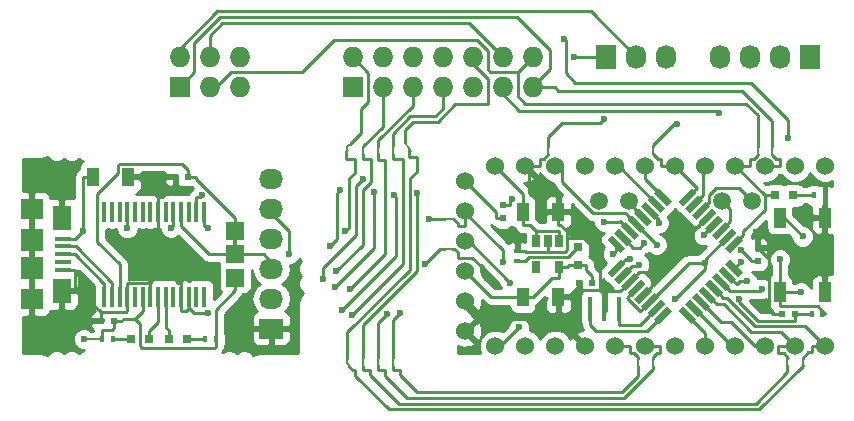
<source format=gtl>
G04 #@! TF.FileFunction,Copper,L1,Top,Signal*
%FSLAX46Y46*%
G04 Gerber Fmt 4.6, Leading zero omitted, Abs format (unit mm)*
G04 Created by KiCad (PCBNEW 4.0.0-stable) date Wednesday, February 03, 2016 'PMt' 01:26:16 PM*
%MOMM*%
G01*
G04 APERTURE LIST*
%ADD10C,0.100000*%
%ADD11C,0.300000*%
%ADD12R,1.000000X1.700000*%
%ADD13R,1.000000X1.600000*%
%ADD14R,0.797560X0.797560*%
%ADD15R,2.032000X1.727200*%
%ADD16O,2.032000X1.727200*%
%ADD17C,1.524000*%
%ADD18C,1.500000*%
%ADD19R,0.400000X2.100000*%
%ADD20R,0.650000X1.060000*%
%ADD21R,0.500000X0.600000*%
%ADD22R,0.600000X0.500000*%
%ADD23R,0.400000X0.600000*%
%ADD24R,0.600000X0.400000*%
%ADD25R,1.500000X1.500000*%
%ADD26R,1.727200X1.727200*%
%ADD27O,1.727200X1.727200*%
%ADD28R,1.727200X2.032000*%
%ADD29O,1.727200X2.032000*%
%ADD30R,1.900000X1.900000*%
%ADD31R,1.900000X1.800000*%
%ADD32R,1.600000X2.100000*%
%ADD33R,1.350000X0.400000*%
%ADD34R,0.450000X1.750000*%
%ADD35C,0.600000*%
%ADD36C,0.250000*%
%ADD37C,0.152400*%
%ADD38C,0.254000*%
G04 APERTURE END LIST*
D10*
D11*
X101200000Y-122350000D02*
X101200000Y-120350000D01*
D12*
X147325000Y-119245000D03*
X147325000Y-125545000D03*
X151125000Y-125545000D03*
X151125000Y-119245000D03*
D10*
G36*
X133108666Y-124300445D02*
X132719757Y-123911536D01*
X133851128Y-122780165D01*
X134240037Y-123169074D01*
X133108666Y-124300445D01*
X133108666Y-124300445D01*
G37*
G36*
X133674352Y-124866130D02*
X133285443Y-124477221D01*
X134416814Y-123345850D01*
X134805723Y-123734759D01*
X133674352Y-124866130D01*
X133674352Y-124866130D01*
G37*
G36*
X134240037Y-125431816D02*
X133851128Y-125042907D01*
X134982499Y-123911536D01*
X135371408Y-124300445D01*
X134240037Y-125431816D01*
X134240037Y-125431816D01*
G37*
G36*
X134805722Y-125997501D02*
X134416813Y-125608592D01*
X135548184Y-124477221D01*
X135937093Y-124866130D01*
X134805722Y-125997501D01*
X134805722Y-125997501D01*
G37*
G36*
X135371408Y-126563187D02*
X134982499Y-126174278D01*
X136113870Y-125042907D01*
X136502779Y-125431816D01*
X135371408Y-126563187D01*
X135371408Y-126563187D01*
G37*
G36*
X135937093Y-127128872D02*
X135548184Y-126739963D01*
X136679555Y-125608592D01*
X137068464Y-125997501D01*
X135937093Y-127128872D01*
X135937093Y-127128872D01*
G37*
G36*
X136502779Y-127694557D02*
X136113870Y-127305648D01*
X137245241Y-126174277D01*
X137634150Y-126563186D01*
X136502779Y-127694557D01*
X136502779Y-127694557D01*
G37*
G36*
X137068464Y-128260243D02*
X136679555Y-127871334D01*
X137810926Y-126739963D01*
X138199835Y-127128872D01*
X137068464Y-128260243D01*
X137068464Y-128260243D01*
G37*
G36*
X140250445Y-127871334D02*
X139861536Y-128260243D01*
X138730165Y-127128872D01*
X139119074Y-126739963D01*
X140250445Y-127871334D01*
X140250445Y-127871334D01*
G37*
G36*
X140816130Y-127305648D02*
X140427221Y-127694557D01*
X139295850Y-126563186D01*
X139684759Y-126174277D01*
X140816130Y-127305648D01*
X140816130Y-127305648D01*
G37*
G36*
X141381816Y-126739963D02*
X140992907Y-127128872D01*
X139861536Y-125997501D01*
X140250445Y-125608592D01*
X141381816Y-126739963D01*
X141381816Y-126739963D01*
G37*
G36*
X141947501Y-126174278D02*
X141558592Y-126563187D01*
X140427221Y-125431816D01*
X140816130Y-125042907D01*
X141947501Y-126174278D01*
X141947501Y-126174278D01*
G37*
G36*
X142513187Y-125608592D02*
X142124278Y-125997501D01*
X140992907Y-124866130D01*
X141381816Y-124477221D01*
X142513187Y-125608592D01*
X142513187Y-125608592D01*
G37*
G36*
X143078872Y-125042907D02*
X142689963Y-125431816D01*
X141558592Y-124300445D01*
X141947501Y-123911536D01*
X143078872Y-125042907D01*
X143078872Y-125042907D01*
G37*
G36*
X143644557Y-124477221D02*
X143255648Y-124866130D01*
X142124277Y-123734759D01*
X142513186Y-123345850D01*
X143644557Y-124477221D01*
X143644557Y-124477221D01*
G37*
G36*
X144210243Y-123911536D02*
X143821334Y-124300445D01*
X142689963Y-123169074D01*
X143078872Y-122780165D01*
X144210243Y-123911536D01*
X144210243Y-123911536D01*
G37*
G36*
X143078872Y-122249835D02*
X142689963Y-121860926D01*
X143821334Y-120729555D01*
X144210243Y-121118464D01*
X143078872Y-122249835D01*
X143078872Y-122249835D01*
G37*
G36*
X142513186Y-121684150D02*
X142124277Y-121295241D01*
X143255648Y-120163870D01*
X143644557Y-120552779D01*
X142513186Y-121684150D01*
X142513186Y-121684150D01*
G37*
G36*
X141947501Y-121118464D02*
X141558592Y-120729555D01*
X142689963Y-119598184D01*
X143078872Y-119987093D01*
X141947501Y-121118464D01*
X141947501Y-121118464D01*
G37*
G36*
X141381816Y-120552779D02*
X140992907Y-120163870D01*
X142124278Y-119032499D01*
X142513187Y-119421408D01*
X141381816Y-120552779D01*
X141381816Y-120552779D01*
G37*
G36*
X140816130Y-119987093D02*
X140427221Y-119598184D01*
X141558592Y-118466813D01*
X141947501Y-118855722D01*
X140816130Y-119987093D01*
X140816130Y-119987093D01*
G37*
G36*
X140250445Y-119421408D02*
X139861536Y-119032499D01*
X140992907Y-117901128D01*
X141381816Y-118290037D01*
X140250445Y-119421408D01*
X140250445Y-119421408D01*
G37*
G36*
X139684759Y-118855723D02*
X139295850Y-118466814D01*
X140427221Y-117335443D01*
X140816130Y-117724352D01*
X139684759Y-118855723D01*
X139684759Y-118855723D01*
G37*
G36*
X139119074Y-118290037D02*
X138730165Y-117901128D01*
X139861536Y-116769757D01*
X140250445Y-117158666D01*
X139119074Y-118290037D01*
X139119074Y-118290037D01*
G37*
G36*
X138199835Y-117901128D02*
X137810926Y-118290037D01*
X136679555Y-117158666D01*
X137068464Y-116769757D01*
X138199835Y-117901128D01*
X138199835Y-117901128D01*
G37*
G36*
X137634150Y-118466814D02*
X137245241Y-118855723D01*
X136113870Y-117724352D01*
X136502779Y-117335443D01*
X137634150Y-118466814D01*
X137634150Y-118466814D01*
G37*
G36*
X137068464Y-119032499D02*
X136679555Y-119421408D01*
X135548184Y-118290037D01*
X135937093Y-117901128D01*
X137068464Y-119032499D01*
X137068464Y-119032499D01*
G37*
G36*
X136502779Y-119598184D02*
X136113870Y-119987093D01*
X134982499Y-118855722D01*
X135371408Y-118466813D01*
X136502779Y-119598184D01*
X136502779Y-119598184D01*
G37*
G36*
X135937093Y-120163870D02*
X135548184Y-120552779D01*
X134416813Y-119421408D01*
X134805722Y-119032499D01*
X135937093Y-120163870D01*
X135937093Y-120163870D01*
G37*
G36*
X135371408Y-120729555D02*
X134982499Y-121118464D01*
X133851128Y-119987093D01*
X134240037Y-119598184D01*
X135371408Y-120729555D01*
X135371408Y-120729555D01*
G37*
G36*
X134805723Y-121295241D02*
X134416814Y-121684150D01*
X133285443Y-120552779D01*
X133674352Y-120163870D01*
X134805723Y-121295241D01*
X134805723Y-121295241D01*
G37*
G36*
X134240037Y-121860926D02*
X133851128Y-122249835D01*
X132719757Y-121118464D01*
X133108666Y-120729555D01*
X134240037Y-121860926D01*
X134240037Y-121860926D01*
G37*
D13*
X89150000Y-115800000D03*
X92150000Y-115800000D03*
X125575000Y-125975000D03*
X128575000Y-125975000D03*
X125575000Y-118775000D03*
X128575000Y-118775000D03*
D14*
X130225000Y-123254300D03*
X130225000Y-121755700D03*
X146925700Y-117375000D03*
X148424300Y-117375000D03*
X97099300Y-129550000D03*
X95600700Y-129550000D03*
X92400700Y-129550000D03*
X93899300Y-129550000D03*
D15*
X104250000Y-128650000D03*
D16*
X104250000Y-126110000D03*
X104250000Y-123570000D03*
X104250000Y-121030000D03*
X104250000Y-118490000D03*
X104250000Y-115950000D03*
D17*
X120689000Y-128864000D03*
X120689000Y-126324000D03*
X120689000Y-123784000D03*
X120689000Y-121244000D03*
X120689000Y-118704000D03*
X120689000Y-116164000D03*
X123229000Y-130134000D03*
X125769000Y-130134000D03*
X128309000Y-130134000D03*
X130849000Y-130134000D03*
X133389000Y-130134000D03*
X135929000Y-130134000D03*
X138469000Y-130134000D03*
X141009000Y-130134000D03*
X143549000Y-130134000D03*
X146089000Y-130134000D03*
X148629000Y-130134000D03*
X151169000Y-130134000D03*
X123229000Y-114894000D03*
X125769000Y-114894000D03*
X128309000Y-114894000D03*
X130849000Y-114894000D03*
X133389000Y-114894000D03*
X135929000Y-114894000D03*
X138469000Y-114894000D03*
X141009000Y-114894000D03*
X143549000Y-114894000D03*
X146089000Y-114894000D03*
X148629000Y-114894000D03*
X151169000Y-114894000D03*
D18*
X131992000Y-117815000D03*
X134532000Y-117815000D03*
X142406000Y-117815000D03*
X144946000Y-117815000D03*
D19*
X132475000Y-126975000D03*
X133675000Y-126975000D03*
X131275000Y-126975000D03*
D20*
X128625000Y-121275000D03*
X127675000Y-121275000D03*
X126725000Y-121275000D03*
X126725000Y-123475000D03*
X128625000Y-123475000D03*
D21*
X145475000Y-122925000D03*
X145475000Y-121825000D03*
X123875000Y-118225000D03*
X123875000Y-119325000D03*
D22*
X131425000Y-124775000D03*
X130325000Y-124775000D03*
X97250000Y-115800000D03*
X96150000Y-115800000D03*
X90950000Y-128000000D03*
X89850000Y-128000000D03*
X148625000Y-127375000D03*
X147525000Y-127375000D03*
D23*
X150025000Y-127375000D03*
X150925000Y-127375000D03*
X99550000Y-129550000D03*
X98650000Y-129550000D03*
X151125000Y-117375000D03*
X150225000Y-117375000D03*
X89950000Y-129550000D03*
X90850000Y-129550000D03*
D24*
X125115000Y-122055000D03*
X125115000Y-122955000D03*
D25*
X101200000Y-122350000D03*
X101200000Y-120350000D03*
X101200000Y-124350000D03*
D26*
X96500000Y-108200000D03*
D27*
X96500000Y-105660000D03*
X99040000Y-108200000D03*
X99040000Y-105660000D03*
X101580000Y-108200000D03*
X101580000Y-105660000D03*
D28*
X132650000Y-105650000D03*
D29*
X135190000Y-105650000D03*
X137730000Y-105650000D03*
D26*
X111150000Y-108200000D03*
D27*
X111150000Y-105660000D03*
X113690000Y-108200000D03*
X113690000Y-105660000D03*
X116230000Y-108200000D03*
X116230000Y-105660000D03*
X118770000Y-108200000D03*
X118770000Y-105660000D03*
X121310000Y-108200000D03*
X121310000Y-105660000D03*
X123850000Y-108200000D03*
X123850000Y-105660000D03*
X126390000Y-108200000D03*
X126390000Y-105660000D03*
D28*
X149850000Y-105650000D03*
D29*
X147310000Y-105650000D03*
X144770000Y-105650000D03*
X142230000Y-105650000D03*
D30*
X83975000Y-121150000D03*
X83975000Y-123550000D03*
D31*
X83975000Y-118550000D03*
X83975000Y-126150000D03*
D32*
X86525000Y-125450000D03*
D33*
X86650000Y-121050000D03*
X86650000Y-121700000D03*
X86650000Y-122349100D03*
X86650000Y-123000000D03*
X86650000Y-123650000D03*
D32*
X86525000Y-119250000D03*
D34*
X98575000Y-118750000D03*
X97925000Y-118750000D03*
X97275000Y-118750000D03*
X96625000Y-118750000D03*
X95975000Y-118750000D03*
X95325000Y-118750000D03*
X94675000Y-118750000D03*
X94025000Y-118750000D03*
X93375000Y-118750000D03*
X92725000Y-118750000D03*
X92075000Y-118750000D03*
X91425000Y-118750000D03*
X90775000Y-118750000D03*
X90125000Y-118750000D03*
X90125000Y-125950000D03*
X90775000Y-125950000D03*
X91425000Y-125950000D03*
X92075000Y-125950000D03*
X92725000Y-125950000D03*
X93375000Y-125950000D03*
X94025000Y-125950000D03*
X94675000Y-125950000D03*
X95325000Y-125950000D03*
X95975000Y-125950000D03*
X96625000Y-125950000D03*
X97275000Y-125950000D03*
X97925000Y-125950000D03*
X98575000Y-125950000D03*
D35*
X144026800Y-122012300D03*
X140878100Y-120761100D03*
X132440000Y-110940000D03*
X122500000Y-124400000D03*
X117300000Y-123150000D03*
X138950000Y-119500000D03*
X145300000Y-120450000D03*
X136900000Y-121550000D03*
X149100000Y-125550000D03*
X149250000Y-120850000D03*
X147350000Y-122800000D03*
X124667600Y-117663000D03*
X98387400Y-117355500D03*
X138450000Y-126150000D03*
X143850000Y-126150000D03*
X140954000Y-123082200D03*
X98912700Y-127350000D03*
X88324700Y-120375600D03*
X88400000Y-129550000D03*
X129900000Y-105650000D03*
X92075000Y-120159500D03*
X110550000Y-120400000D03*
X117600000Y-119350000D03*
X123850000Y-123000000D03*
X125250000Y-128550000D03*
X135850000Y-121400000D03*
X98872700Y-120160600D03*
X105800000Y-122300000D03*
X124500000Y-124750000D03*
X95761800Y-120135600D03*
X132474700Y-119584000D03*
X109250000Y-121650000D03*
X110100000Y-116950000D03*
X109750000Y-123800000D03*
X115200000Y-127300000D03*
X133178400Y-122349100D03*
X114100000Y-127400000D03*
X108650000Y-124450000D03*
X112050000Y-115950000D03*
X134617600Y-122744700D03*
X110950000Y-125300000D03*
X135425400Y-123241900D03*
X109700000Y-125100000D03*
X112950000Y-117100000D03*
X111100000Y-127500000D03*
X110250000Y-127100000D03*
X114650000Y-117350000D03*
X116650000Y-117150000D03*
X138600000Y-111300000D03*
X144020300Y-122970100D03*
X129050000Y-104100000D03*
X148000000Y-112500000D03*
X144551200Y-124657500D03*
X142200000Y-110400000D03*
X145812300Y-125267600D03*
X137104000Y-119727500D03*
D36*
X140878100Y-120667500D02*
X140878100Y-120761100D01*
X141753000Y-119792600D02*
X140878100Y-120667500D01*
X144899700Y-122885200D02*
X144026800Y-122012300D01*
X144899700Y-122925000D02*
X144899700Y-122885200D01*
X145475000Y-122925000D02*
X144899700Y-122925000D01*
X127700000Y-113250000D02*
X127700000Y-112450000D01*
X125769000Y-114894000D02*
X127044000Y-114894000D01*
X127700000Y-113900000D02*
X127700000Y-113850000D01*
X127350000Y-114250000D02*
X127700000Y-113900000D01*
X127050000Y-114250000D02*
X127350000Y-114250000D01*
X127050000Y-114888000D02*
X127050000Y-114250000D01*
X127044000Y-114894000D02*
X127050000Y-114888000D01*
D37*
X127700000Y-113250000D02*
X127700000Y-113850000D01*
D36*
X132130000Y-111250000D02*
X132440000Y-110940000D01*
X128900000Y-111250000D02*
X132130000Y-111250000D01*
X127700000Y-112450000D02*
X128900000Y-111250000D01*
X119750000Y-121900000D02*
X119600000Y-121900000D01*
X120050000Y-122200000D02*
X119750000Y-121900000D01*
X120050000Y-122650000D02*
X120050000Y-122200000D01*
X121300000Y-122650000D02*
X120050000Y-122650000D01*
X122000000Y-123350000D02*
X121300000Y-122650000D01*
X122000000Y-123900000D02*
X122000000Y-123350000D01*
X122500000Y-124400000D02*
X122000000Y-123900000D01*
D37*
X119000000Y-121900000D02*
X119600000Y-121900000D01*
D36*
X118550000Y-121900000D02*
X119000000Y-121900000D01*
X117300000Y-123150000D02*
X118550000Y-121900000D01*
X145475000Y-121825000D02*
X145475000Y-120625000D01*
X140364314Y-120050000D02*
X141187361Y-119226953D01*
X139500000Y-120050000D02*
X140364314Y-120050000D01*
X138950000Y-119500000D02*
X139500000Y-120050000D01*
X145475000Y-120625000D02*
X145300000Y-120450000D01*
X151125000Y-125545000D02*
X151125000Y-119245000D01*
X147525000Y-127375000D02*
X146775000Y-127375000D01*
X146450000Y-122800000D02*
X145475000Y-121825000D01*
X146450000Y-127050000D02*
X146450000Y-122800000D01*
X146775000Y-127375000D02*
X146450000Y-127050000D01*
X145475000Y-121825000D02*
X151125000Y-121825000D01*
X151125000Y-121825000D02*
X151125000Y-119245000D01*
X132475000Y-126287300D02*
X132475000Y-125635900D01*
X132475000Y-126975000D02*
X132475000Y-126287300D01*
X132475000Y-125635900D02*
X132475000Y-125599700D01*
X132643500Y-125467400D02*
X133815600Y-125467400D01*
X132475000Y-125635900D02*
X132643500Y-125467400D01*
X134611300Y-124671700D02*
X133815600Y-125467400D01*
X135742600Y-125803000D02*
X136538300Y-125007300D01*
X134611300Y-124671700D02*
X135407000Y-123876000D01*
X136538300Y-125007300D02*
X136538300Y-123876000D01*
X135407000Y-123876000D02*
X136538300Y-123876000D01*
X151125000Y-119245000D02*
X151125000Y-117375000D01*
X128575000Y-118775000D02*
X127749700Y-118775000D01*
X126114800Y-114894000D02*
X125769000Y-114894000D01*
X126114800Y-117140100D02*
X127749700Y-118775000D01*
X126114800Y-114894000D02*
X126114800Y-117140100D01*
X125815600Y-122130300D02*
X127675000Y-122130300D01*
X125740300Y-122055000D02*
X125815600Y-122130300D01*
X125115000Y-122055000D02*
X125740300Y-122055000D01*
X136538400Y-123876000D02*
X136538300Y-123876000D01*
X141187400Y-119227000D02*
X136538400Y-123876000D01*
X127675000Y-121275000D02*
X127675000Y-122017700D01*
X127675000Y-122017700D02*
X127675000Y-122130300D01*
X128575000Y-118775000D02*
X128575000Y-119900300D01*
X129275400Y-121966900D02*
X129275400Y-121019600D01*
X129112000Y-122130300D02*
X129275400Y-121966900D01*
X127675000Y-122130300D02*
X129112000Y-122130300D01*
X128750200Y-119900300D02*
X128575000Y-119900300D01*
X129275400Y-120425500D02*
X128750200Y-119900300D01*
X129275400Y-121019600D02*
X129275400Y-120425500D01*
X120689000Y-128850000D02*
X120689000Y-128864000D01*
X121686000Y-127853000D02*
X120689000Y-128850000D01*
X120689000Y-126856000D02*
X121686000Y-127853000D01*
X120689000Y-126324000D02*
X120689000Y-126856000D01*
X121686000Y-127853000D02*
X128575000Y-127853000D01*
X128575000Y-127860000D02*
X128575000Y-127853000D01*
X130849000Y-130134000D02*
X128575000Y-127860000D01*
X128575000Y-127853000D02*
X128575000Y-125975000D01*
X132066100Y-122315100D02*
X132066100Y-125350200D01*
X130770600Y-121019600D02*
X132066100Y-122315100D01*
X129275400Y-121019600D02*
X130770600Y-121019600D01*
X132315600Y-125599700D02*
X132475000Y-125599700D01*
X132066100Y-125350200D02*
X132315600Y-125599700D01*
X132066000Y-125350300D02*
X130325000Y-125350300D01*
X132066100Y-125350200D02*
X132066000Y-125350300D01*
X130325000Y-124775000D02*
X130325000Y-125062600D01*
X130325000Y-125062600D02*
X130325000Y-125350300D01*
X130312700Y-125062600D02*
X129400300Y-125975000D01*
X130325000Y-125062600D02*
X130312700Y-125062600D01*
X128575000Y-125975000D02*
X129400300Y-125975000D01*
X147325000Y-125545000D02*
X149095000Y-125545000D01*
X136900000Y-121550000D02*
X135176953Y-119826953D01*
X149095000Y-125545000D02*
X149100000Y-125550000D01*
X135176953Y-119826953D02*
X135176953Y-119792639D01*
X147325000Y-125545000D02*
X147325000Y-122825000D01*
X149250000Y-120850000D02*
X147645000Y-119245000D01*
X147325000Y-122825000D02*
X147350000Y-122800000D01*
X147645000Y-119245000D02*
X147325000Y-119245000D01*
X128309000Y-114894000D02*
X128884800Y-114894000D01*
X147325000Y-119245000D02*
X147649900Y-118920100D01*
X135177000Y-119792600D02*
X134381300Y-118996900D01*
X150925000Y-127375000D02*
X151187700Y-127375000D01*
X150533000Y-126720300D02*
X147325000Y-126720300D01*
X151187700Y-127375000D02*
X150533000Y-126720300D01*
X147325000Y-125545000D02*
X147325000Y-126720300D01*
X124450300Y-117880300D02*
X124667600Y-117663000D01*
X124450300Y-118225000D02*
X124450300Y-117880300D01*
X123875000Y-118225000D02*
X124450300Y-118225000D01*
X128884800Y-116230500D02*
X128884800Y-114894000D01*
X131551200Y-118896900D02*
X128884800Y-116230500D01*
X134281300Y-118896900D02*
X131551200Y-118896900D01*
X134381300Y-118996900D02*
X134281300Y-118896900D01*
X123875000Y-119325000D02*
X123299700Y-119325000D01*
X123299700Y-119325000D02*
X123299700Y-118774700D01*
X123299700Y-118774700D02*
X120689000Y-116164000D01*
X98193200Y-117549700D02*
X98387400Y-117355500D01*
X97925000Y-117549700D02*
X98193200Y-117549700D01*
X97925000Y-118750000D02*
X97925000Y-117549700D01*
X96500000Y-105660000D02*
X96500000Y-105000000D01*
X96500000Y-105000000D02*
X99700000Y-101800000D01*
X99700000Y-101800000D02*
X131340000Y-101800000D01*
X131340000Y-101800000D02*
X135190000Y-105650000D01*
X125575000Y-125975000D02*
X122880000Y-125975000D01*
X122880000Y-125975000D02*
X120689000Y-123784000D01*
X148625000Y-127375000D02*
X148625000Y-127981698D01*
X140954000Y-123646000D02*
X140954000Y-123082200D01*
X138450000Y-126150000D02*
X140954000Y-123646000D01*
X143850000Y-126415602D02*
X143850000Y-126150000D01*
X145441096Y-128006698D02*
X143850000Y-126415602D01*
X148600000Y-128006698D02*
X145441096Y-128006698D01*
X148625000Y-127981698D02*
X148600000Y-128006698D01*
X130949100Y-123723800D02*
X130949100Y-123254300D01*
X131425000Y-124199700D02*
X130949100Y-123723800D01*
X131425000Y-124775000D02*
X131425000Y-124199700D01*
X130225000Y-123254300D02*
X130949100Y-123254300D01*
X134381300Y-126052900D02*
X134381300Y-126033100D01*
X135492800Y-127164400D02*
X134381300Y-126052900D01*
X135512600Y-127164400D02*
X135492800Y-127164400D01*
X136308300Y-126368700D02*
X135512600Y-127164400D01*
X135177000Y-125237400D02*
X134381300Y-126033100D01*
X125575000Y-125975000D02*
X126400300Y-125975000D01*
X130225000Y-123254300D02*
X129500900Y-123254300D01*
X128045000Y-124330300D02*
X128625000Y-124330300D01*
X126400300Y-125975000D02*
X128045000Y-124330300D01*
X129280200Y-123475000D02*
X129500900Y-123254300D01*
X128625000Y-123475000D02*
X129280200Y-123475000D01*
X128625000Y-123475000D02*
X128625000Y-124330300D01*
X140954000Y-122854400D02*
X140954000Y-123082200D01*
X142884400Y-120924000D02*
X140954000Y-122854400D01*
X139594800Y-123082200D02*
X136308300Y-126368700D01*
X140954000Y-123082200D02*
X139594800Y-123082200D01*
X120689000Y-123792000D02*
X120689000Y-123784000D01*
X120681000Y-123800000D02*
X120689000Y-123792000D01*
X150025000Y-127375000D02*
X148625000Y-127375000D01*
X101200000Y-120350000D02*
X101200000Y-119274700D01*
X97875300Y-115950000D02*
X101200000Y-119274700D01*
X97875300Y-115800000D02*
X97875300Y-115950000D01*
X91425000Y-123188100D02*
X91425000Y-125950000D01*
X89528500Y-121291600D02*
X91425000Y-123188100D01*
X89528500Y-117277300D02*
X89528500Y-121291600D01*
X91324600Y-115481200D02*
X89528500Y-117277300D01*
X91324600Y-114801200D02*
X91324600Y-115481200D01*
X91451200Y-114674600D02*
X91324600Y-114801200D01*
X96699900Y-114674600D02*
X91451200Y-114674600D01*
X97250000Y-115224700D02*
X96699900Y-114674600D01*
X97250000Y-115800000D02*
X97875300Y-115800000D01*
X97250000Y-115800000D02*
X97250000Y-115224700D01*
X94025000Y-125950000D02*
X94025000Y-124749700D01*
X92075000Y-124749700D02*
X94025000Y-124749700D01*
X92075000Y-125950000D02*
X92075000Y-124749700D01*
X89850000Y-128000000D02*
X89850000Y-127712300D01*
X86650000Y-123650000D02*
X87650300Y-123650000D01*
X92075000Y-125950000D02*
X92075000Y-127150300D01*
X89850000Y-127712300D02*
X89850000Y-127287500D01*
X87650300Y-125087800D02*
X89850000Y-127287500D01*
X87650300Y-123650000D02*
X87650300Y-125087800D01*
X91937800Y-127287500D02*
X92075000Y-127150300D01*
X89850000Y-127287500D02*
X91937800Y-127287500D01*
X94675000Y-119350100D02*
X94675000Y-119950300D01*
X96625000Y-125950000D02*
X96625000Y-124749700D01*
X96400000Y-124749700D02*
X96625000Y-124749700D01*
X95212500Y-123562200D02*
X96400000Y-124749700D01*
X94675000Y-123024700D02*
X95212500Y-123562200D01*
X94675000Y-119950300D02*
X94675000Y-123024700D01*
X95212500Y-123562200D02*
X94025000Y-124749700D01*
X97275000Y-125950000D02*
X97275000Y-126550100D01*
X96625000Y-125950000D02*
X96625000Y-127150300D01*
X97711900Y-127350000D02*
X98912700Y-127350000D01*
X97275000Y-126913100D02*
X97711900Y-127350000D01*
X97275000Y-126550100D02*
X97275000Y-126913100D01*
X97037800Y-127150300D02*
X96625000Y-127150300D01*
X97275000Y-126913100D02*
X97037800Y-127150300D01*
X94675000Y-119350100D02*
X94675000Y-118750000D01*
X96150000Y-115800000D02*
X96150000Y-116375300D01*
X94675000Y-118750000D02*
X94675000Y-117662300D01*
X92150000Y-115800000D02*
X92975300Y-115800000D01*
X95025600Y-117499700D02*
X96150000Y-116375300D01*
X94675000Y-117499700D02*
X95025600Y-117499700D01*
X94675000Y-117662300D02*
X94675000Y-117499700D01*
X94675000Y-117499700D02*
X92975300Y-115800000D01*
D37*
X89950000Y-129550000D02*
X88400000Y-129550000D01*
D36*
X93375000Y-125950000D02*
X93375000Y-127150300D01*
X101200000Y-124350000D02*
X101200000Y-125425300D01*
X99550000Y-127075300D02*
X99550000Y-129550000D01*
X101200000Y-125425300D02*
X99550000Y-127075300D01*
X99550000Y-129550000D02*
X99550000Y-130175300D01*
X88324700Y-120375600D02*
X87650300Y-121050000D01*
X86650000Y-121050000D02*
X87650300Y-121050000D01*
X88324700Y-115800000D02*
X88324700Y-120375600D01*
X89150000Y-115800000D02*
X88324700Y-115800000D01*
X89950000Y-129550000D02*
X89950000Y-129331700D01*
X93375000Y-127150300D02*
X92719400Y-127805900D01*
X99451100Y-130274200D02*
X99550000Y-130175300D01*
X93328000Y-130274200D02*
X99451100Y-130274200D01*
X93175100Y-130121300D02*
X93328000Y-130274200D01*
X93175100Y-128261600D02*
X93175100Y-130121300D01*
X92719400Y-127805900D02*
X93175100Y-128261600D01*
X91769400Y-127805900D02*
X91575300Y-128000000D01*
X92719400Y-127805900D02*
X91769400Y-127805900D01*
X90950000Y-128000000D02*
X91575300Y-128000000D01*
X90950000Y-128000000D02*
X90950000Y-128575300D01*
X89950000Y-129331700D02*
X89950000Y-128750000D01*
X90775300Y-128750000D02*
X90950000Y-128575300D01*
X89950000Y-128750000D02*
X90775300Y-128750000D01*
X129900000Y-105650000D02*
X132650000Y-105650000D01*
X125575000Y-117240000D02*
X123229000Y-114894000D01*
X125575000Y-118775000D02*
X125575000Y-117240000D01*
X126205600Y-119900300D02*
X125575000Y-119900300D01*
X126725000Y-120419700D02*
X126205600Y-119900300D01*
X126725000Y-121275000D02*
X126725000Y-120419700D01*
X125575000Y-118775000D02*
X125575000Y-119900300D01*
X128625000Y-120419700D02*
X126725000Y-120419700D01*
X128625000Y-121275000D02*
X128625000Y-120419700D01*
X129361100Y-122619600D02*
X130225000Y-121755700D01*
X126075700Y-122619600D02*
X129361100Y-122619600D01*
X125740300Y-122955000D02*
X126075700Y-122619600D01*
X125115000Y-122955000D02*
X125740300Y-122955000D01*
X145450000Y-113250000D02*
X145450000Y-110600000D01*
X144800000Y-114250000D02*
X145150000Y-114250000D01*
X144756000Y-114894000D02*
X144800000Y-114850000D01*
X144800000Y-114850000D02*
X144800000Y-114250000D01*
X143549000Y-114894000D02*
X144756000Y-114894000D01*
X145450000Y-113950000D02*
X145450000Y-113850000D01*
X145150000Y-114250000D02*
X145450000Y-113950000D01*
D37*
X145450000Y-113250000D02*
X145450000Y-113850000D01*
D36*
X144500000Y-109650000D02*
X144500000Y-109600000D01*
X144450000Y-109600000D02*
X144500000Y-109650000D01*
X145450000Y-110600000D02*
X144450000Y-109600000D01*
X125150000Y-106900000D02*
X125150000Y-109000000D01*
X125150000Y-109000000D02*
X125750000Y-109600000D01*
X125750000Y-109600000D02*
X144500000Y-109600000D01*
X99040000Y-108200000D02*
X99600000Y-108200000D01*
X99600000Y-108200000D02*
X100900000Y-106900000D01*
X100900000Y-106900000D02*
X106900000Y-106900000D01*
X106900000Y-106900000D02*
X109600000Y-104200000D01*
X109600000Y-104200000D02*
X121650000Y-104200000D01*
X121650000Y-104200000D02*
X122600000Y-105150000D01*
X122600000Y-105150000D02*
X122600000Y-106700000D01*
X122600000Y-106700000D02*
X122800000Y-106900000D01*
X122800000Y-106900000D02*
X125150000Y-106900000D01*
X125150000Y-106900000D02*
X126390000Y-105660000D01*
X143450100Y-121489700D02*
X144245800Y-120694000D01*
X144245700Y-120694000D02*
X144245800Y-120694000D01*
X144245700Y-120411900D02*
X144245700Y-120694000D01*
X146030000Y-118627600D02*
X144245700Y-120411900D01*
X146030000Y-117375000D02*
X146030000Y-118627600D01*
X143549000Y-114894000D02*
X146030000Y-117375000D01*
X146030000Y-117375000D02*
X146925700Y-117375000D01*
X150225000Y-117375000D02*
X148424300Y-117375000D01*
X98650000Y-129550000D02*
X97099300Y-129550000D01*
X95325000Y-128550200D02*
X95325000Y-125950000D01*
X95600700Y-128825900D02*
X95325000Y-128550200D01*
X95600700Y-129550000D02*
X95600700Y-128825900D01*
X90850000Y-129550000D02*
X92400700Y-129550000D01*
X94675000Y-128050200D02*
X94675000Y-125950000D01*
X93899300Y-128825900D02*
X94675000Y-128050200D01*
X93899300Y-129550000D02*
X93899300Y-128825900D01*
X104250000Y-123570000D02*
X104250000Y-122975500D01*
X96625000Y-118750000D02*
X96625000Y-119950300D01*
X103624500Y-122350000D02*
X104250000Y-122975500D01*
X101200000Y-122350000D02*
X103624500Y-122350000D01*
X99024700Y-122350000D02*
X101200000Y-122350000D01*
X96625000Y-119950300D02*
X99024700Y-122350000D01*
X87725300Y-121700000D02*
X90775000Y-124749700D01*
X86650000Y-121700000D02*
X87725300Y-121700000D01*
X90775000Y-125950000D02*
X90775000Y-124749700D01*
X90050900Y-124749700D02*
X90125000Y-124749700D01*
X87650300Y-122349100D02*
X90050900Y-124749700D01*
X86650000Y-122349100D02*
X87650300Y-122349100D01*
X90125000Y-125950000D02*
X90125000Y-124749700D01*
X92075000Y-120159500D02*
X92075000Y-118750000D01*
X110600000Y-114300000D02*
X110600000Y-113650000D01*
X110750000Y-114300000D02*
X111400000Y-114300000D01*
X110550000Y-120400000D02*
X110850000Y-120100000D01*
X110850000Y-120100000D02*
X110850000Y-115950000D01*
X110850000Y-115950000D02*
X111400000Y-115400000D01*
X111400000Y-114300000D02*
X111400000Y-115400000D01*
X110750000Y-114300000D02*
X110600000Y-114300000D01*
X118950000Y-119350000D02*
X117600000Y-119350000D01*
X120689000Y-119989000D02*
X120689000Y-118704000D01*
X120050000Y-119750000D02*
X119650000Y-119350000D01*
X120050000Y-120000000D02*
X120050000Y-119750000D01*
X120678000Y-120000000D02*
X120050000Y-120000000D01*
X120689000Y-119989000D02*
X120678000Y-120000000D01*
D37*
X118950000Y-119350000D02*
X119650000Y-119350000D01*
D36*
X120689000Y-118704000D02*
X120689000Y-118839000D01*
X120689000Y-118839000D02*
X123850000Y-122000000D01*
X123850000Y-122000000D02*
X123850000Y-123000000D01*
X123229000Y-130134000D02*
X123666000Y-130134000D01*
X123666000Y-130134000D02*
X125250000Y-128550000D01*
X135850000Y-121400000D02*
X135450000Y-121800000D01*
X135450000Y-121800000D02*
X134921573Y-121800000D01*
X134921573Y-121800000D02*
X134045583Y-120924010D01*
X98575000Y-118750000D02*
X98575000Y-119950300D01*
X98662400Y-119950300D02*
X98575000Y-119950300D01*
X98872700Y-120160600D02*
X98662400Y-119950300D01*
D37*
X110700000Y-113500000D02*
X110700000Y-113300000D01*
D36*
X110600000Y-113650000D02*
X110700000Y-113550000D01*
X110700000Y-113550000D02*
X110700000Y-113500000D01*
D37*
X110700000Y-113300000D02*
X110950000Y-113050000D01*
D36*
X110950000Y-113050000D02*
X111700000Y-112300000D01*
X111700000Y-112300000D02*
X111900000Y-112100000D01*
X112500000Y-107010000D02*
X111150000Y-105660000D01*
X112500000Y-109450000D02*
X112500000Y-107010000D01*
X111900000Y-110050000D02*
X112500000Y-109450000D01*
X111900000Y-112100000D02*
X111900000Y-110050000D01*
X105800000Y-120400000D02*
X105800000Y-122300000D01*
X104250000Y-118850000D02*
X105800000Y-120400000D01*
X104250000Y-118490000D02*
X104250000Y-118850000D01*
X124500000Y-124750000D02*
X121044000Y-121244000D01*
X121044000Y-121244000D02*
X120689000Y-121244000D01*
X95975000Y-118750000D02*
X95975000Y-119950300D01*
X95947100Y-119950300D02*
X95975000Y-119950300D01*
X95761800Y-120135600D02*
X95947100Y-119950300D01*
X133794200Y-119584000D02*
X133815600Y-119562600D01*
X132474700Y-119584000D02*
X133794200Y-119584000D01*
X134611300Y-120358300D02*
X133815600Y-119562600D01*
X109250000Y-121650000D02*
X109850000Y-121050000D01*
X109850000Y-121050000D02*
X109850000Y-117200000D01*
X109850000Y-117200000D02*
X110100000Y-116950000D01*
X112700000Y-114650000D02*
X112700000Y-114250000D01*
X112000000Y-116950000D02*
X112700000Y-116250000D01*
X112700000Y-116250000D02*
X112700000Y-114650000D01*
X112000000Y-117150000D02*
X112000000Y-116950000D01*
X113690000Y-111560000D02*
X113690000Y-108200000D01*
X112050000Y-113200000D02*
X113690000Y-111560000D01*
X112050000Y-113250000D02*
X112050000Y-113200000D01*
D37*
X112050000Y-113850000D02*
X112050000Y-113250000D01*
D36*
X112050000Y-114250000D02*
X112050000Y-113850000D01*
X112700000Y-114250000D02*
X112050000Y-114250000D01*
X114550000Y-130700000D02*
X114550000Y-127950000D01*
D37*
X114550000Y-131100000D02*
X114550000Y-131800000D01*
D36*
X135300000Y-132650000D02*
X133950000Y-134000000D01*
X133950000Y-134000000D02*
X116650000Y-134000000D01*
X116650000Y-134000000D02*
X115200000Y-132550000D01*
X115200000Y-132550000D02*
X115200000Y-132150000D01*
X115200000Y-132150000D02*
X114600000Y-132150000D01*
X114600000Y-132150000D02*
X114550000Y-132100000D01*
X114550000Y-132100000D02*
X114550000Y-131800000D01*
D37*
X135300000Y-131850000D02*
X135300000Y-131200000D01*
D36*
X134634000Y-130134000D02*
X134650000Y-130150000D01*
X134650000Y-130150000D02*
X134650000Y-130750000D01*
X134650000Y-130750000D02*
X135000000Y-130750000D01*
X135000000Y-130750000D02*
X135300000Y-131050000D01*
X135300000Y-131050000D02*
X135300000Y-131200000D01*
X133389000Y-130134000D02*
X134634000Y-130134000D01*
X135300000Y-131850000D02*
X135300000Y-132650000D01*
X114550000Y-130700000D02*
X114550000Y-131100000D01*
X112000000Y-121550000D02*
X112000000Y-117150000D01*
X112000000Y-117150000D02*
X112000000Y-117100000D01*
X109750000Y-123800000D02*
X112000000Y-121550000D01*
X114550000Y-127950000D02*
X115200000Y-127300000D01*
X133479900Y-122047600D02*
X133479900Y-121489700D01*
X133178400Y-122349100D02*
X133479900Y-122047600D01*
X111450000Y-117550000D02*
X111450000Y-116550000D01*
X108650000Y-123500000D02*
X111450000Y-120700000D01*
X111450000Y-120700000D02*
X111450000Y-117550000D01*
X113300000Y-128200000D02*
X114100000Y-127400000D01*
X113300000Y-130700000D02*
X113300000Y-131100000D01*
X136600000Y-132050000D02*
X134150000Y-134500000D01*
X134150000Y-134500000D02*
X116450000Y-134500000D01*
X113900000Y-132150000D02*
X113300000Y-132150000D01*
X113900000Y-132650000D02*
X113900000Y-132150000D01*
X113300000Y-132150000D02*
X113300000Y-131700000D01*
D37*
X136600000Y-131850000D02*
X136600000Y-131200000D01*
D36*
X136900000Y-130750000D02*
X136600000Y-131050000D01*
X136600000Y-131050000D02*
X136600000Y-131200000D01*
X135929000Y-130134000D02*
X137184000Y-130134000D01*
X137200000Y-130150000D02*
X137200000Y-130750000D01*
X137184000Y-130134000D02*
X137200000Y-130150000D01*
X137200000Y-130750000D02*
X136900000Y-130750000D01*
X136600000Y-131850000D02*
X136600000Y-132050000D01*
X115750000Y-134500000D02*
X113900000Y-132650000D01*
X116450000Y-134500000D02*
X115750000Y-134500000D01*
D37*
X113300000Y-131100000D02*
X113300000Y-131700000D01*
D36*
X113300000Y-130700000D02*
X113300000Y-128200000D01*
X108650000Y-124450000D02*
X108650000Y-123500000D01*
X111450000Y-116550000D02*
X112050000Y-115950000D01*
X133479900Y-123540300D02*
X134275600Y-122744600D01*
X134275600Y-122744700D02*
X134617600Y-122744700D01*
X134275600Y-122744600D02*
X134275600Y-122744700D01*
X113300000Y-113250000D02*
X113300000Y-112700000D01*
X113900000Y-114400000D02*
X113300000Y-114400000D01*
X110950000Y-125300000D02*
X113900000Y-122350000D01*
X113900000Y-122350000D02*
X113900000Y-114400000D01*
X113300000Y-114400000D02*
X113300000Y-113800000D01*
D37*
X113300000Y-113250000D02*
X113300000Y-113800000D01*
D36*
X116230000Y-109770000D02*
X116230000Y-108200000D01*
X113300000Y-112700000D02*
X116230000Y-109770000D01*
X135297200Y-123370100D02*
X135425400Y-123241900D01*
X134781500Y-123370100D02*
X135297200Y-123370100D01*
X134045600Y-124106000D02*
X134781500Y-123370100D01*
X109700000Y-125100000D02*
X112950000Y-121850000D01*
X112950000Y-121850000D02*
X112950000Y-117100000D01*
X141009000Y-129018800D02*
X139490300Y-127500100D01*
X141009000Y-130134000D02*
X141009000Y-129018800D01*
X114550000Y-113200000D02*
X114550000Y-112150000D01*
X112275000Y-126325000D02*
X114950000Y-123650000D01*
X114550000Y-114250000D02*
X114550000Y-113850000D01*
X115400000Y-114250000D02*
X114550000Y-114250000D01*
X115400000Y-114450000D02*
X115400000Y-114250000D01*
X115400000Y-123200000D02*
X115400000Y-114450000D01*
X114950000Y-123650000D02*
X115400000Y-123200000D01*
D37*
X114550000Y-113200000D02*
X114550000Y-113850000D01*
D36*
X118770000Y-110030000D02*
X118770000Y-108200000D01*
X118150000Y-110650000D02*
X118770000Y-110030000D01*
X116050000Y-110650000D02*
X118150000Y-110650000D01*
X114550000Y-112150000D02*
X116050000Y-110650000D01*
X111100000Y-127500000D02*
X112275000Y-126325000D01*
X112275000Y-126325000D02*
X112300000Y-126300000D01*
X143255600Y-130134000D02*
X140056000Y-126934400D01*
X143549000Y-130134000D02*
X143255600Y-130134000D01*
X111350000Y-126000000D02*
X114850000Y-122500000D01*
X110250000Y-127100000D02*
X111350000Y-126000000D01*
X114850000Y-117550000D02*
X114650000Y-117350000D01*
X114850000Y-122500000D02*
X114850000Y-117550000D01*
X146089000Y-130134000D02*
X146584000Y-130134000D01*
X142379800Y-128126800D02*
X140621700Y-126368700D01*
X143192900Y-128126800D02*
X142379800Y-128126800D01*
X145200100Y-130134000D02*
X143192900Y-128126800D01*
X146089000Y-130134000D02*
X145200100Y-130134000D01*
X112050000Y-130700000D02*
X112050000Y-128350000D01*
D37*
X112050000Y-131150000D02*
X112050000Y-131800000D01*
D36*
X147975000Y-132325000D02*
X145300000Y-135000000D01*
X145300000Y-135000000D02*
X115050000Y-135000000D01*
X115050000Y-135000000D02*
X112650000Y-132600000D01*
X112650000Y-132600000D02*
X112650000Y-132150000D01*
X112650000Y-132150000D02*
X112000000Y-132150000D01*
X112000000Y-132150000D02*
X112050000Y-132100000D01*
X112050000Y-132100000D02*
X112050000Y-131800000D01*
X147975000Y-131725000D02*
X147975000Y-132325000D01*
X112050000Y-130700000D02*
X112050000Y-131150000D01*
X116650000Y-123750000D02*
X116650000Y-117150000D01*
X112050000Y-128350000D02*
X116650000Y-123750000D01*
D37*
X147975000Y-131075000D02*
X147975000Y-131725000D01*
X147975000Y-131725000D02*
X147950000Y-131750000D01*
D36*
X148629000Y-130134000D02*
X147216000Y-130134000D01*
X147650000Y-130750000D02*
X147975000Y-131075000D01*
X147975000Y-131075000D02*
X148000000Y-131100000D01*
X147200000Y-130750000D02*
X147650000Y-130750000D01*
X147200000Y-130150000D02*
X147200000Y-130750000D01*
X147216000Y-130134000D02*
X147200000Y-130150000D01*
X148629000Y-130134000D02*
X148366000Y-130134000D01*
X141187400Y-125803000D02*
X141983100Y-126598700D01*
X147405800Y-128910800D02*
X148629000Y-130134000D01*
X144894500Y-128910800D02*
X147405800Y-128910800D01*
X142582400Y-126598700D02*
X144894500Y-128910800D01*
X141983100Y-126598700D02*
X142582400Y-126598700D01*
X115550000Y-112850000D02*
X115550000Y-111850000D01*
D37*
X115950000Y-113350000D02*
X115550000Y-112950000D01*
X115550000Y-112950000D02*
X115550000Y-112850000D01*
X115950000Y-113500000D02*
X115950000Y-113350000D01*
D36*
X122600000Y-107500000D02*
X121310000Y-106210000D01*
X122600000Y-109600000D02*
X122600000Y-107500000D01*
X122650000Y-109650000D02*
X122600000Y-109600000D01*
X119850000Y-109650000D02*
X122650000Y-109650000D01*
X118350000Y-111150000D02*
X119850000Y-109650000D01*
X116250000Y-111150000D02*
X118350000Y-111150000D01*
X115550000Y-111850000D02*
X116250000Y-111150000D01*
X121310000Y-106210000D02*
X121310000Y-105660000D01*
X115950000Y-113650000D02*
X115950000Y-113500000D01*
X115950000Y-113500000D02*
X115900000Y-113450000D01*
X115950000Y-114150000D02*
X115950000Y-113650000D01*
X110700000Y-131250000D02*
X110700000Y-128950000D01*
X116650000Y-115350000D02*
X116650000Y-114150000D01*
X116000000Y-116000000D02*
X116650000Y-115350000D01*
X116000000Y-123650000D02*
X116000000Y-116000000D01*
X110700000Y-128950000D02*
X116000000Y-123650000D01*
X115950000Y-114150000D02*
X116650000Y-114150000D01*
X115950000Y-113650000D02*
X116000000Y-113600000D01*
D37*
X110875000Y-131875000D02*
X110875000Y-131775000D01*
X110700000Y-131600000D02*
X110700000Y-131250000D01*
X110700000Y-131250000D02*
X110700000Y-131200000D01*
X110875000Y-131775000D02*
X110700000Y-131600000D01*
D36*
X149250000Y-131750000D02*
X149250000Y-131850000D01*
D37*
X149250000Y-131750000D02*
X149250000Y-131100000D01*
D36*
X150066000Y-130134000D02*
X150050000Y-130150000D01*
X150050000Y-130150000D02*
X150050000Y-130600000D01*
X150050000Y-130600000D02*
X149750000Y-130600000D01*
X149750000Y-130600000D02*
X149250000Y-131100000D01*
X151169000Y-130134000D02*
X150066000Y-130134000D01*
X111150000Y-132150000D02*
X110875000Y-131875000D01*
X110875000Y-131875000D02*
X110850000Y-131850000D01*
X111400000Y-132150000D02*
X111150000Y-132150000D01*
X111400000Y-132650000D02*
X111400000Y-132150000D01*
X114250000Y-135500000D02*
X111400000Y-132650000D01*
X145600000Y-135500000D02*
X114250000Y-135500000D01*
X149250000Y-131850000D02*
X145600000Y-135500000D01*
X141753000Y-125237400D02*
X142548700Y-126033100D01*
X149491700Y-128456700D02*
X151169000Y-130134000D01*
X145254700Y-128456700D02*
X149491700Y-128456700D01*
X142831100Y-126033100D02*
X145254700Y-128456700D01*
X142548700Y-126033100D02*
X142831100Y-126033100D01*
X133672400Y-114894000D02*
X136874000Y-118095600D01*
X133389000Y-114894000D02*
X133672400Y-114894000D01*
X135929000Y-116019200D02*
X137439700Y-117529900D01*
X135929000Y-114894000D02*
X135929000Y-116019200D01*
X136600000Y-113300000D02*
X136600000Y-113100000D01*
X138469000Y-114894000D02*
X137256000Y-114894000D01*
X136600000Y-113900000D02*
X136600000Y-113850000D01*
X137000000Y-114300000D02*
X136600000Y-113900000D01*
X137250000Y-114300000D02*
X137000000Y-114300000D01*
X137250000Y-114888000D02*
X137250000Y-114300000D01*
X137256000Y-114894000D02*
X137250000Y-114888000D01*
D37*
X136600000Y-113300000D02*
X136600000Y-113850000D01*
D36*
X138400000Y-111300000D02*
X138600000Y-111300000D01*
X136600000Y-113100000D02*
X138400000Y-111300000D01*
X139490300Y-115938600D02*
X140286000Y-116734200D01*
X139490300Y-115915300D02*
X139490300Y-115938600D01*
X138469000Y-114894000D02*
X139490300Y-115915300D01*
X139490300Y-117529900D02*
X140286000Y-116734200D01*
X140851800Y-115051200D02*
X140851800Y-117299800D01*
X141009000Y-114894000D02*
X140851800Y-115051200D01*
X140056000Y-118095600D02*
X140851800Y-117299800D01*
X146700000Y-113250000D02*
X146700000Y-111100000D01*
X146089000Y-114894000D02*
X147344000Y-114894000D01*
X146700000Y-113950000D02*
X146700000Y-113850000D01*
X147000000Y-114250000D02*
X146700000Y-113950000D01*
X147350000Y-114250000D02*
X147000000Y-114250000D01*
X147350000Y-114888000D02*
X147350000Y-114250000D01*
X147344000Y-114894000D02*
X147350000Y-114888000D01*
D37*
X146700000Y-113250000D02*
X146700000Y-113850000D01*
D36*
X146700000Y-111100000D02*
X144100000Y-108500000D01*
X126390000Y-108200000D02*
X128250000Y-108200000D01*
X128250000Y-108200000D02*
X128550000Y-108500000D01*
X128550000Y-108500000D02*
X144100000Y-108500000D01*
X126390000Y-108200000D02*
X126390000Y-108110000D01*
X126390000Y-108110000D02*
X127850000Y-106650000D01*
X127850000Y-106650000D02*
X127850000Y-105100000D01*
X127850000Y-105100000D02*
X125050000Y-102300000D01*
X125050000Y-102300000D02*
X99900000Y-102300000D01*
X99900000Y-102300000D02*
X97750000Y-104450000D01*
X97750000Y-104450000D02*
X97750000Y-106950000D01*
X97750000Y-106950000D02*
X96500000Y-108200000D01*
X144020300Y-122970100D02*
X143450100Y-123540300D01*
X144600000Y-107850000D02*
X144850000Y-107850000D01*
X130000000Y-107850000D02*
X144600000Y-107850000D01*
X129200000Y-107050000D02*
X130000000Y-107850000D01*
X129200000Y-104250000D02*
X129200000Y-107050000D01*
X129050000Y-104100000D02*
X129200000Y-104250000D01*
X148000000Y-111000000D02*
X148000000Y-112500000D01*
X144850000Y-107850000D02*
X148000000Y-111000000D01*
X99040000Y-105660000D02*
X99040000Y-103860000D01*
X120990000Y-102800000D02*
X123850000Y-105660000D01*
X100100000Y-102800000D02*
X120990000Y-102800000D01*
X99040000Y-103860000D02*
X100100000Y-102800000D01*
X142884400Y-124106000D02*
X143680200Y-124901800D01*
X144551200Y-124657500D02*
X143924500Y-124657500D01*
X143924500Y-124657500D02*
X143680200Y-124901800D01*
X125250000Y-110200000D02*
X123850000Y-108800000D01*
X142000000Y-110200000D02*
X125250000Y-110200000D01*
X142200000Y-110400000D02*
X142000000Y-110200000D01*
X123850000Y-108800000D02*
X123850000Y-108200000D01*
X145612500Y-125467400D02*
X143114400Y-125467400D01*
X145812300Y-125267600D02*
X145612500Y-125467400D01*
X142318700Y-124671700D02*
X143114400Y-125467400D01*
X136308300Y-118661300D02*
X137104000Y-119457000D01*
X137104000Y-119457000D02*
X137104000Y-119727500D01*
X134946900Y-118229900D02*
X134946900Y-118431300D01*
X134532000Y-117815000D02*
X134946900Y-118229900D01*
X135742600Y-119227000D02*
X134946900Y-118431300D01*
X143114400Y-118523400D02*
X143114400Y-119562600D01*
X142406000Y-117815000D02*
X143114400Y-118523400D01*
X142318700Y-120358300D02*
X143114400Y-119562600D01*
X141330600Y-117952400D02*
X140621700Y-118661300D01*
X141330600Y-117369600D02*
X141330600Y-117952400D01*
X141964900Y-116735300D02*
X141330600Y-117369600D01*
X143866300Y-116735300D02*
X141964900Y-116735300D01*
X144946000Y-117815000D02*
X143866300Y-116735300D01*
X136086500Y-128853300D02*
X137439700Y-127500100D01*
X131778000Y-128853300D02*
X136086500Y-128853300D01*
X131275000Y-128350300D02*
X131778000Y-128853300D01*
X131275000Y-126975000D02*
X131275000Y-128350300D01*
X136874000Y-126934400D02*
X136078200Y-127730200D01*
X133675000Y-126975000D02*
X133675000Y-128350300D01*
X135458100Y-128350300D02*
X133675000Y-128350300D01*
X136078200Y-127730200D02*
X135458100Y-128350300D01*
D38*
G36*
X106675880Y-122849620D02*
X106761020Y-122934909D01*
X106676840Y-123018942D01*
X106528619Y-123375899D01*
X106528282Y-123762405D01*
X106675880Y-124119620D01*
X106761020Y-124204909D01*
X106676840Y-124288942D01*
X106528619Y-124645899D01*
X106528282Y-125032405D01*
X106675880Y-125389620D01*
X106925197Y-125639374D01*
X106735776Y-125922862D01*
X106685581Y-126044046D01*
X106629762Y-126178804D01*
X106553642Y-126561487D01*
X106553642Y-126631416D01*
X106540000Y-126700000D01*
X106540000Y-130690000D01*
X103500000Y-130690000D01*
X103431416Y-130703642D01*
X102978804Y-130779762D01*
X102828877Y-130841864D01*
X102762962Y-130869167D01*
X102521058Y-130626840D01*
X102164101Y-130478619D01*
X101777595Y-130478282D01*
X101420380Y-130625880D01*
X101335091Y-130711020D01*
X101251058Y-130626840D01*
X100894101Y-130478619D01*
X100507595Y-130478282D01*
X100150380Y-130625880D01*
X100135463Y-130640771D01*
X100252148Y-130466139D01*
X100310000Y-130175300D01*
X100310000Y-130155209D01*
X100346431Y-130101890D01*
X100397440Y-129850000D01*
X100397440Y-129250000D01*
X100353162Y-129014683D01*
X100310000Y-128947607D01*
X100310000Y-128935750D01*
X102599000Y-128935750D01*
X102599000Y-129639910D01*
X102695673Y-129873299D01*
X102874302Y-130051927D01*
X103107691Y-130148600D01*
X103964250Y-130148600D01*
X104123000Y-129989850D01*
X104123000Y-128777000D01*
X104377000Y-128777000D01*
X104377000Y-129989850D01*
X104535750Y-130148600D01*
X105392309Y-130148600D01*
X105625698Y-130051927D01*
X105804327Y-129873299D01*
X105901000Y-129639910D01*
X105901000Y-128935750D01*
X105742250Y-128777000D01*
X104377000Y-128777000D01*
X104123000Y-128777000D01*
X102757750Y-128777000D01*
X102599000Y-128935750D01*
X100310000Y-128935750D01*
X100310000Y-127390102D01*
X101737401Y-125962701D01*
X101881234Y-125747440D01*
X101950000Y-125747440D01*
X102185317Y-125703162D01*
X102401441Y-125564090D01*
X102546431Y-125351890D01*
X102597440Y-125100000D01*
X102597440Y-123724767D01*
X102680729Y-124143489D01*
X103005585Y-124629670D01*
X103320366Y-124840000D01*
X103005585Y-125050330D01*
X102680729Y-125536511D01*
X102566655Y-126110000D01*
X102680729Y-126683489D01*
X103005585Y-127169670D01*
X103027780Y-127184500D01*
X102874302Y-127248073D01*
X102695673Y-127426701D01*
X102599000Y-127660090D01*
X102599000Y-128364250D01*
X102757750Y-128523000D01*
X104123000Y-128523000D01*
X104123000Y-128503000D01*
X104377000Y-128503000D01*
X104377000Y-128523000D01*
X105742250Y-128523000D01*
X105901000Y-128364250D01*
X105901000Y-127660090D01*
X105804327Y-127426701D01*
X105625698Y-127248073D01*
X105472220Y-127184500D01*
X105494415Y-127169670D01*
X105819271Y-126683489D01*
X105933345Y-126110000D01*
X105819271Y-125536511D01*
X105494415Y-125050330D01*
X105179634Y-124840000D01*
X105494415Y-124629670D01*
X105819271Y-124143489D01*
X105933345Y-123570000D01*
X105866721Y-123235059D01*
X105985167Y-123235162D01*
X106328943Y-123093117D01*
X106592192Y-122830327D01*
X106630144Y-122738930D01*
X106675880Y-122849620D01*
X106675880Y-122849620D01*
G37*
X106675880Y-122849620D02*
X106761020Y-122934909D01*
X106676840Y-123018942D01*
X106528619Y-123375899D01*
X106528282Y-123762405D01*
X106675880Y-124119620D01*
X106761020Y-124204909D01*
X106676840Y-124288942D01*
X106528619Y-124645899D01*
X106528282Y-125032405D01*
X106675880Y-125389620D01*
X106925197Y-125639374D01*
X106735776Y-125922862D01*
X106685581Y-126044046D01*
X106629762Y-126178804D01*
X106553642Y-126561487D01*
X106553642Y-126631416D01*
X106540000Y-126700000D01*
X106540000Y-130690000D01*
X103500000Y-130690000D01*
X103431416Y-130703642D01*
X102978804Y-130779762D01*
X102828877Y-130841864D01*
X102762962Y-130869167D01*
X102521058Y-130626840D01*
X102164101Y-130478619D01*
X101777595Y-130478282D01*
X101420380Y-130625880D01*
X101335091Y-130711020D01*
X101251058Y-130626840D01*
X100894101Y-130478619D01*
X100507595Y-130478282D01*
X100150380Y-130625880D01*
X100135463Y-130640771D01*
X100252148Y-130466139D01*
X100310000Y-130175300D01*
X100310000Y-130155209D01*
X100346431Y-130101890D01*
X100397440Y-129850000D01*
X100397440Y-129250000D01*
X100353162Y-129014683D01*
X100310000Y-128947607D01*
X100310000Y-128935750D01*
X102599000Y-128935750D01*
X102599000Y-129639910D01*
X102695673Y-129873299D01*
X102874302Y-130051927D01*
X103107691Y-130148600D01*
X103964250Y-130148600D01*
X104123000Y-129989850D01*
X104123000Y-128777000D01*
X104377000Y-128777000D01*
X104377000Y-129989850D01*
X104535750Y-130148600D01*
X105392309Y-130148600D01*
X105625698Y-130051927D01*
X105804327Y-129873299D01*
X105901000Y-129639910D01*
X105901000Y-128935750D01*
X105742250Y-128777000D01*
X104377000Y-128777000D01*
X104123000Y-128777000D01*
X102757750Y-128777000D01*
X102599000Y-128935750D01*
X100310000Y-128935750D01*
X100310000Y-127390102D01*
X101737401Y-125962701D01*
X101881234Y-125747440D01*
X101950000Y-125747440D01*
X102185317Y-125703162D01*
X102401441Y-125564090D01*
X102546431Y-125351890D01*
X102597440Y-125100000D01*
X102597440Y-123724767D01*
X102680729Y-124143489D01*
X103005585Y-124629670D01*
X103320366Y-124840000D01*
X103005585Y-125050330D01*
X102680729Y-125536511D01*
X102566655Y-126110000D01*
X102680729Y-126683489D01*
X103005585Y-127169670D01*
X103027780Y-127184500D01*
X102874302Y-127248073D01*
X102695673Y-127426701D01*
X102599000Y-127660090D01*
X102599000Y-128364250D01*
X102757750Y-128523000D01*
X104123000Y-128523000D01*
X104123000Y-128503000D01*
X104377000Y-128503000D01*
X104377000Y-128523000D01*
X105742250Y-128523000D01*
X105901000Y-128364250D01*
X105901000Y-127660090D01*
X105804327Y-127426701D01*
X105625698Y-127248073D01*
X105472220Y-127184500D01*
X105494415Y-127169670D01*
X105819271Y-126683489D01*
X105933345Y-126110000D01*
X105819271Y-125536511D01*
X105494415Y-125050330D01*
X105179634Y-124840000D01*
X105494415Y-124629670D01*
X105819271Y-124143489D01*
X105933345Y-123570000D01*
X105866721Y-123235059D01*
X105985167Y-123235162D01*
X106328943Y-123093117D01*
X106592192Y-122830327D01*
X106630144Y-122738930D01*
X106675880Y-122849620D01*
G36*
X85528942Y-114373160D02*
X85885899Y-114521381D01*
X86272405Y-114521718D01*
X86629620Y-114374120D01*
X86714909Y-114288980D01*
X86798942Y-114373160D01*
X87155899Y-114521381D01*
X87542405Y-114521718D01*
X87899620Y-114374120D01*
X87984909Y-114288980D01*
X88068942Y-114373160D01*
X88301446Y-114469704D01*
X88198559Y-114535910D01*
X88053569Y-114748110D01*
X88002560Y-115000000D01*
X88002560Y-115118767D01*
X87787299Y-115262599D01*
X87622552Y-115509161D01*
X87564700Y-115800000D01*
X87564700Y-117611968D01*
X87451310Y-117565000D01*
X86810750Y-117565000D01*
X86652000Y-117723750D01*
X86652000Y-119123000D01*
X86672000Y-119123000D01*
X86672000Y-119377000D01*
X86652000Y-119377000D01*
X86652000Y-119397000D01*
X86398000Y-119397000D01*
X86398000Y-119377000D01*
X86378000Y-119377000D01*
X86378000Y-119123000D01*
X86398000Y-119123000D01*
X86398000Y-117723750D01*
X86239250Y-117565000D01*
X85598690Y-117565000D01*
X85560000Y-117581026D01*
X85560000Y-117523691D01*
X85463327Y-117290302D01*
X85284699Y-117111673D01*
X85051310Y-117015000D01*
X84260750Y-117015000D01*
X84102000Y-117173750D01*
X84102000Y-118423000D01*
X84122000Y-118423000D01*
X84122000Y-118677000D01*
X84102000Y-118677000D01*
X84102000Y-121023000D01*
X84122000Y-121023000D01*
X84122000Y-121277000D01*
X84102000Y-121277000D01*
X84102000Y-123423000D01*
X84122000Y-123423000D01*
X84122000Y-123677000D01*
X84102000Y-123677000D01*
X84102000Y-126023000D01*
X84122000Y-126023000D01*
X84122000Y-126277000D01*
X84102000Y-126277000D01*
X84102000Y-127526250D01*
X84260750Y-127685000D01*
X85051310Y-127685000D01*
X85284699Y-127588327D01*
X85463327Y-127409698D01*
X85560000Y-127176309D01*
X85560000Y-127118974D01*
X85598690Y-127135000D01*
X86239250Y-127135000D01*
X86398000Y-126976250D01*
X86398000Y-125577000D01*
X86652000Y-125577000D01*
X86652000Y-126976250D01*
X86810750Y-127135000D01*
X87451310Y-127135000D01*
X87684699Y-127038327D01*
X87863327Y-126859698D01*
X87960000Y-126626309D01*
X87960000Y-125735750D01*
X87801250Y-125577000D01*
X86652000Y-125577000D01*
X86398000Y-125577000D01*
X86378000Y-125577000D01*
X86378000Y-125323000D01*
X86398000Y-125323000D01*
X86398000Y-125303000D01*
X86652000Y-125303000D01*
X86652000Y-125323000D01*
X87801250Y-125323000D01*
X87960000Y-125164250D01*
X87960000Y-124273691D01*
X87898410Y-124125001D01*
X87960000Y-123976310D01*
X87960000Y-123908750D01*
X87828252Y-123777002D01*
X87960000Y-123777002D01*
X87960000Y-123733602D01*
X89260784Y-125034386D01*
X89252560Y-125075000D01*
X89252560Y-126825000D01*
X89296838Y-127060317D01*
X89351316Y-127144979D01*
X89190302Y-127211673D01*
X89011673Y-127390301D01*
X88915000Y-127623690D01*
X88915000Y-127716250D01*
X89073750Y-127875000D01*
X89723000Y-127875000D01*
X89723000Y-127853000D01*
X89977000Y-127853000D01*
X89977000Y-127875000D01*
X89997000Y-127875000D01*
X89997000Y-127990000D01*
X89950000Y-127990000D01*
X89659161Y-128047852D01*
X89543701Y-128125000D01*
X89073750Y-128125000D01*
X88915000Y-128283750D01*
X88915000Y-128376310D01*
X89011673Y-128609699D01*
X89190000Y-128788025D01*
X89190000Y-128838800D01*
X89011178Y-128838800D01*
X88930327Y-128757808D01*
X88586799Y-128615162D01*
X88214833Y-128614838D01*
X87871057Y-128756883D01*
X87607808Y-129019673D01*
X87465162Y-129363201D01*
X87464838Y-129735167D01*
X87606883Y-130078943D01*
X87869673Y-130342192D01*
X88213201Y-130484838D01*
X88411311Y-130485011D01*
X88070380Y-130625880D01*
X87985091Y-130711020D01*
X87901058Y-130626840D01*
X87544101Y-130478619D01*
X87157595Y-130478282D01*
X86800380Y-130625880D01*
X86715091Y-130711020D01*
X86631058Y-130626840D01*
X86274101Y-130478619D01*
X85887595Y-130478282D01*
X85530380Y-130625880D01*
X85286776Y-130869058D01*
X85143368Y-130809657D01*
X85071196Y-130779762D01*
X84688513Y-130703642D01*
X84618584Y-130703642D01*
X84550000Y-130690000D01*
X83260000Y-130690000D01*
X83260000Y-127685000D01*
X83689250Y-127685000D01*
X83848000Y-127526250D01*
X83848000Y-126277000D01*
X83828000Y-126277000D01*
X83828000Y-126023000D01*
X83848000Y-126023000D01*
X83848000Y-123677000D01*
X83828000Y-123677000D01*
X83828000Y-123423000D01*
X83848000Y-123423000D01*
X83848000Y-121277000D01*
X83828000Y-121277000D01*
X83828000Y-121023000D01*
X83848000Y-121023000D01*
X83848000Y-118677000D01*
X83828000Y-118677000D01*
X83828000Y-118423000D01*
X83848000Y-118423000D01*
X83848000Y-117173750D01*
X83689250Y-117015000D01*
X83260000Y-117015000D01*
X83260000Y-114310000D01*
X84550000Y-114310000D01*
X84618584Y-114296358D01*
X84688513Y-114296358D01*
X85071196Y-114220238D01*
X85146160Y-114189187D01*
X85287039Y-114130833D01*
X85528942Y-114373160D01*
X85528942Y-114373160D01*
G37*
X85528942Y-114373160D02*
X85885899Y-114521381D01*
X86272405Y-114521718D01*
X86629620Y-114374120D01*
X86714909Y-114288980D01*
X86798942Y-114373160D01*
X87155899Y-114521381D01*
X87542405Y-114521718D01*
X87899620Y-114374120D01*
X87984909Y-114288980D01*
X88068942Y-114373160D01*
X88301446Y-114469704D01*
X88198559Y-114535910D01*
X88053569Y-114748110D01*
X88002560Y-115000000D01*
X88002560Y-115118767D01*
X87787299Y-115262599D01*
X87622552Y-115509161D01*
X87564700Y-115800000D01*
X87564700Y-117611968D01*
X87451310Y-117565000D01*
X86810750Y-117565000D01*
X86652000Y-117723750D01*
X86652000Y-119123000D01*
X86672000Y-119123000D01*
X86672000Y-119377000D01*
X86652000Y-119377000D01*
X86652000Y-119397000D01*
X86398000Y-119397000D01*
X86398000Y-119377000D01*
X86378000Y-119377000D01*
X86378000Y-119123000D01*
X86398000Y-119123000D01*
X86398000Y-117723750D01*
X86239250Y-117565000D01*
X85598690Y-117565000D01*
X85560000Y-117581026D01*
X85560000Y-117523691D01*
X85463327Y-117290302D01*
X85284699Y-117111673D01*
X85051310Y-117015000D01*
X84260750Y-117015000D01*
X84102000Y-117173750D01*
X84102000Y-118423000D01*
X84122000Y-118423000D01*
X84122000Y-118677000D01*
X84102000Y-118677000D01*
X84102000Y-121023000D01*
X84122000Y-121023000D01*
X84122000Y-121277000D01*
X84102000Y-121277000D01*
X84102000Y-123423000D01*
X84122000Y-123423000D01*
X84122000Y-123677000D01*
X84102000Y-123677000D01*
X84102000Y-126023000D01*
X84122000Y-126023000D01*
X84122000Y-126277000D01*
X84102000Y-126277000D01*
X84102000Y-127526250D01*
X84260750Y-127685000D01*
X85051310Y-127685000D01*
X85284699Y-127588327D01*
X85463327Y-127409698D01*
X85560000Y-127176309D01*
X85560000Y-127118974D01*
X85598690Y-127135000D01*
X86239250Y-127135000D01*
X86398000Y-126976250D01*
X86398000Y-125577000D01*
X86652000Y-125577000D01*
X86652000Y-126976250D01*
X86810750Y-127135000D01*
X87451310Y-127135000D01*
X87684699Y-127038327D01*
X87863327Y-126859698D01*
X87960000Y-126626309D01*
X87960000Y-125735750D01*
X87801250Y-125577000D01*
X86652000Y-125577000D01*
X86398000Y-125577000D01*
X86378000Y-125577000D01*
X86378000Y-125323000D01*
X86398000Y-125323000D01*
X86398000Y-125303000D01*
X86652000Y-125303000D01*
X86652000Y-125323000D01*
X87801250Y-125323000D01*
X87960000Y-125164250D01*
X87960000Y-124273691D01*
X87898410Y-124125001D01*
X87960000Y-123976310D01*
X87960000Y-123908750D01*
X87828252Y-123777002D01*
X87960000Y-123777002D01*
X87960000Y-123733602D01*
X89260784Y-125034386D01*
X89252560Y-125075000D01*
X89252560Y-126825000D01*
X89296838Y-127060317D01*
X89351316Y-127144979D01*
X89190302Y-127211673D01*
X89011673Y-127390301D01*
X88915000Y-127623690D01*
X88915000Y-127716250D01*
X89073750Y-127875000D01*
X89723000Y-127875000D01*
X89723000Y-127853000D01*
X89977000Y-127853000D01*
X89977000Y-127875000D01*
X89997000Y-127875000D01*
X89997000Y-127990000D01*
X89950000Y-127990000D01*
X89659161Y-128047852D01*
X89543701Y-128125000D01*
X89073750Y-128125000D01*
X88915000Y-128283750D01*
X88915000Y-128376310D01*
X89011673Y-128609699D01*
X89190000Y-128788025D01*
X89190000Y-128838800D01*
X89011178Y-128838800D01*
X88930327Y-128757808D01*
X88586799Y-128615162D01*
X88214833Y-128614838D01*
X87871057Y-128756883D01*
X87607808Y-129019673D01*
X87465162Y-129363201D01*
X87464838Y-129735167D01*
X87606883Y-130078943D01*
X87869673Y-130342192D01*
X88213201Y-130484838D01*
X88411311Y-130485011D01*
X88070380Y-130625880D01*
X87985091Y-130711020D01*
X87901058Y-130626840D01*
X87544101Y-130478619D01*
X87157595Y-130478282D01*
X86800380Y-130625880D01*
X86715091Y-130711020D01*
X86631058Y-130626840D01*
X86274101Y-130478619D01*
X85887595Y-130478282D01*
X85530380Y-130625880D01*
X85286776Y-130869058D01*
X85143368Y-130809657D01*
X85071196Y-130779762D01*
X84688513Y-130703642D01*
X84618584Y-130703642D01*
X84550000Y-130690000D01*
X83260000Y-130690000D01*
X83260000Y-127685000D01*
X83689250Y-127685000D01*
X83848000Y-127526250D01*
X83848000Y-126277000D01*
X83828000Y-126277000D01*
X83828000Y-126023000D01*
X83848000Y-126023000D01*
X83848000Y-123677000D01*
X83828000Y-123677000D01*
X83828000Y-123423000D01*
X83848000Y-123423000D01*
X83848000Y-121277000D01*
X83828000Y-121277000D01*
X83828000Y-121023000D01*
X83848000Y-121023000D01*
X83848000Y-118677000D01*
X83828000Y-118677000D01*
X83828000Y-118423000D01*
X83848000Y-118423000D01*
X83848000Y-117173750D01*
X83689250Y-117015000D01*
X83260000Y-117015000D01*
X83260000Y-114310000D01*
X84550000Y-114310000D01*
X84618584Y-114296358D01*
X84688513Y-114296358D01*
X85071196Y-114220238D01*
X85146160Y-114189187D01*
X85287039Y-114130833D01*
X85528942Y-114373160D01*
G36*
X94826737Y-120206828D02*
X94826638Y-120320767D01*
X94968683Y-120664543D01*
X95231473Y-120927792D01*
X95575001Y-121070438D01*
X95946967Y-121070762D01*
X96290743Y-120928717D01*
X96409783Y-120809885D01*
X98487299Y-122887401D01*
X98733860Y-123052148D01*
X99024700Y-123110000D01*
X99804442Y-123110000D01*
X99846838Y-123335317D01*
X99854342Y-123346979D01*
X99853569Y-123348110D01*
X99802560Y-123600000D01*
X99802560Y-125100000D01*
X99846838Y-125335317D01*
X99985910Y-125551441D01*
X99993720Y-125556778D01*
X99447440Y-126103058D01*
X99447440Y-125075000D01*
X99403162Y-124839683D01*
X99264090Y-124623559D01*
X99051890Y-124478569D01*
X98800000Y-124427560D01*
X98350000Y-124427560D01*
X98246329Y-124447067D01*
X98150000Y-124427560D01*
X97700000Y-124427560D01*
X97628677Y-124440980D01*
X97626310Y-124440000D01*
X97546250Y-124440000D01*
X97525938Y-124460312D01*
X97464683Y-124471838D01*
X97270084Y-124597059D01*
X97209699Y-124536673D01*
X97023153Y-124459403D01*
X97003750Y-124440000D01*
X96896250Y-124440000D01*
X96876847Y-124459403D01*
X96690301Y-124536673D01*
X96628044Y-124598930D01*
X96451890Y-124478569D01*
X96377192Y-124463442D01*
X96353750Y-124440000D01*
X96273690Y-124440000D01*
X96269665Y-124441667D01*
X96200000Y-124427560D01*
X95750000Y-124427560D01*
X95646329Y-124447067D01*
X95550000Y-124427560D01*
X95100000Y-124427560D01*
X94996329Y-124447067D01*
X94900000Y-124427560D01*
X94450000Y-124427560D01*
X94378677Y-124440980D01*
X94376310Y-124440000D01*
X94296250Y-124440000D01*
X94275938Y-124460312D01*
X94214683Y-124471838D01*
X94022773Y-124595329D01*
X93851890Y-124478569D01*
X93777192Y-124463442D01*
X93753750Y-124440000D01*
X93673690Y-124440000D01*
X93669665Y-124441667D01*
X93600000Y-124427560D01*
X93150000Y-124427560D01*
X93046329Y-124447067D01*
X92950000Y-124427560D01*
X92500000Y-124427560D01*
X92428677Y-124440980D01*
X92426310Y-124440000D01*
X92346250Y-124440000D01*
X92325938Y-124460312D01*
X92264683Y-124471838D01*
X92202002Y-124512172D01*
X92202002Y-124440000D01*
X92185000Y-124440000D01*
X92185000Y-123188100D01*
X92127148Y-122897261D01*
X91962401Y-122650699D01*
X90288500Y-120976798D01*
X90288500Y-120272440D01*
X90350000Y-120272440D01*
X90453671Y-120252933D01*
X90550000Y-120272440D01*
X91000000Y-120272440D01*
X91103671Y-120252933D01*
X91139912Y-120260272D01*
X91139838Y-120344667D01*
X91281883Y-120688443D01*
X91544673Y-120951692D01*
X91888201Y-121094338D01*
X92260167Y-121094662D01*
X92603943Y-120952617D01*
X92867192Y-120689827D01*
X93009838Y-120346299D01*
X93009912Y-120261167D01*
X93053671Y-120252933D01*
X93150000Y-120272440D01*
X93600000Y-120272440D01*
X93703671Y-120252933D01*
X93800000Y-120272440D01*
X94250000Y-120272440D01*
X94321323Y-120259020D01*
X94323690Y-120260000D01*
X94403750Y-120260000D01*
X94424062Y-120239688D01*
X94485317Y-120228162D01*
X94677227Y-120104671D01*
X94826737Y-120206828D01*
X94826737Y-120206828D01*
G37*
X94826737Y-120206828D02*
X94826638Y-120320767D01*
X94968683Y-120664543D01*
X95231473Y-120927792D01*
X95575001Y-121070438D01*
X95946967Y-121070762D01*
X96290743Y-120928717D01*
X96409783Y-120809885D01*
X98487299Y-122887401D01*
X98733860Y-123052148D01*
X99024700Y-123110000D01*
X99804442Y-123110000D01*
X99846838Y-123335317D01*
X99854342Y-123346979D01*
X99853569Y-123348110D01*
X99802560Y-123600000D01*
X99802560Y-125100000D01*
X99846838Y-125335317D01*
X99985910Y-125551441D01*
X99993720Y-125556778D01*
X99447440Y-126103058D01*
X99447440Y-125075000D01*
X99403162Y-124839683D01*
X99264090Y-124623559D01*
X99051890Y-124478569D01*
X98800000Y-124427560D01*
X98350000Y-124427560D01*
X98246329Y-124447067D01*
X98150000Y-124427560D01*
X97700000Y-124427560D01*
X97628677Y-124440980D01*
X97626310Y-124440000D01*
X97546250Y-124440000D01*
X97525938Y-124460312D01*
X97464683Y-124471838D01*
X97270084Y-124597059D01*
X97209699Y-124536673D01*
X97023153Y-124459403D01*
X97003750Y-124440000D01*
X96896250Y-124440000D01*
X96876847Y-124459403D01*
X96690301Y-124536673D01*
X96628044Y-124598930D01*
X96451890Y-124478569D01*
X96377192Y-124463442D01*
X96353750Y-124440000D01*
X96273690Y-124440000D01*
X96269665Y-124441667D01*
X96200000Y-124427560D01*
X95750000Y-124427560D01*
X95646329Y-124447067D01*
X95550000Y-124427560D01*
X95100000Y-124427560D01*
X94996329Y-124447067D01*
X94900000Y-124427560D01*
X94450000Y-124427560D01*
X94378677Y-124440980D01*
X94376310Y-124440000D01*
X94296250Y-124440000D01*
X94275938Y-124460312D01*
X94214683Y-124471838D01*
X94022773Y-124595329D01*
X93851890Y-124478569D01*
X93777192Y-124463442D01*
X93753750Y-124440000D01*
X93673690Y-124440000D01*
X93669665Y-124441667D01*
X93600000Y-124427560D01*
X93150000Y-124427560D01*
X93046329Y-124447067D01*
X92950000Y-124427560D01*
X92500000Y-124427560D01*
X92428677Y-124440980D01*
X92426310Y-124440000D01*
X92346250Y-124440000D01*
X92325938Y-124460312D01*
X92264683Y-124471838D01*
X92202002Y-124512172D01*
X92202002Y-124440000D01*
X92185000Y-124440000D01*
X92185000Y-123188100D01*
X92127148Y-122897261D01*
X91962401Y-122650699D01*
X90288500Y-120976798D01*
X90288500Y-120272440D01*
X90350000Y-120272440D01*
X90453671Y-120252933D01*
X90550000Y-120272440D01*
X91000000Y-120272440D01*
X91103671Y-120252933D01*
X91139912Y-120260272D01*
X91139838Y-120344667D01*
X91281883Y-120688443D01*
X91544673Y-120951692D01*
X91888201Y-121094338D01*
X92260167Y-121094662D01*
X92603943Y-120952617D01*
X92867192Y-120689827D01*
X93009838Y-120346299D01*
X93009912Y-120261167D01*
X93053671Y-120252933D01*
X93150000Y-120272440D01*
X93600000Y-120272440D01*
X93703671Y-120252933D01*
X93800000Y-120272440D01*
X94250000Y-120272440D01*
X94321323Y-120259020D01*
X94323690Y-120260000D01*
X94403750Y-120260000D01*
X94424062Y-120239688D01*
X94485317Y-120228162D01*
X94677227Y-120104671D01*
X94826737Y-120206828D01*
G36*
X95215000Y-115516250D02*
X95373750Y-115675000D01*
X96023000Y-115675000D01*
X96023000Y-115653000D01*
X96277000Y-115653000D01*
X96277000Y-115675000D01*
X96297000Y-115675000D01*
X96297000Y-115925000D01*
X96277000Y-115925000D01*
X96277000Y-116526250D01*
X96435750Y-116685000D01*
X96576309Y-116685000D01*
X96687283Y-116639033D01*
X96698110Y-116646431D01*
X96950000Y-116697440D01*
X97547938Y-116697440D01*
X97635475Y-116784977D01*
X97595208Y-116825173D01*
X97567389Y-116892167D01*
X97387599Y-117012299D01*
X97243767Y-117227560D01*
X97050000Y-117227560D01*
X96946329Y-117247067D01*
X96850000Y-117227560D01*
X96400000Y-117227560D01*
X96296329Y-117247067D01*
X96200000Y-117227560D01*
X95750000Y-117227560D01*
X95646329Y-117247067D01*
X95550000Y-117227560D01*
X95100000Y-117227560D01*
X95028677Y-117240980D01*
X95026310Y-117240000D01*
X94946250Y-117240000D01*
X94925938Y-117260312D01*
X94864683Y-117271838D01*
X94672773Y-117395329D01*
X94501890Y-117278569D01*
X94427192Y-117263442D01*
X94403750Y-117240000D01*
X94323690Y-117240000D01*
X94319665Y-117241667D01*
X94250000Y-117227560D01*
X93800000Y-117227560D01*
X93696329Y-117247067D01*
X93600000Y-117227560D01*
X93150000Y-117227560D01*
X93046329Y-117247067D01*
X92950000Y-117227560D01*
X92794271Y-117227560D01*
X93009698Y-117138327D01*
X93188327Y-116959699D01*
X93285000Y-116726310D01*
X93285000Y-116085750D01*
X93283000Y-116083750D01*
X95215000Y-116083750D01*
X95215000Y-116176310D01*
X95311673Y-116409699D01*
X95490302Y-116588327D01*
X95723691Y-116685000D01*
X95864250Y-116685000D01*
X96023000Y-116526250D01*
X96023000Y-115925000D01*
X95373750Y-115925000D01*
X95215000Y-116083750D01*
X93283000Y-116083750D01*
X93126250Y-115927000D01*
X92277000Y-115927000D01*
X92277000Y-115947000D01*
X92023000Y-115947000D01*
X92023000Y-115927000D01*
X92003000Y-115927000D01*
X92003000Y-115807581D01*
X92026748Y-115772039D01*
X92050427Y-115653000D01*
X92277000Y-115653000D01*
X92277000Y-115673000D01*
X93126250Y-115673000D01*
X93285000Y-115514250D01*
X93285000Y-115434600D01*
X95215000Y-115434600D01*
X95215000Y-115516250D01*
X95215000Y-115516250D01*
G37*
X95215000Y-115516250D02*
X95373750Y-115675000D01*
X96023000Y-115675000D01*
X96023000Y-115653000D01*
X96277000Y-115653000D01*
X96277000Y-115675000D01*
X96297000Y-115675000D01*
X96297000Y-115925000D01*
X96277000Y-115925000D01*
X96277000Y-116526250D01*
X96435750Y-116685000D01*
X96576309Y-116685000D01*
X96687283Y-116639033D01*
X96698110Y-116646431D01*
X96950000Y-116697440D01*
X97547938Y-116697440D01*
X97635475Y-116784977D01*
X97595208Y-116825173D01*
X97567389Y-116892167D01*
X97387599Y-117012299D01*
X97243767Y-117227560D01*
X97050000Y-117227560D01*
X96946329Y-117247067D01*
X96850000Y-117227560D01*
X96400000Y-117227560D01*
X96296329Y-117247067D01*
X96200000Y-117227560D01*
X95750000Y-117227560D01*
X95646329Y-117247067D01*
X95550000Y-117227560D01*
X95100000Y-117227560D01*
X95028677Y-117240980D01*
X95026310Y-117240000D01*
X94946250Y-117240000D01*
X94925938Y-117260312D01*
X94864683Y-117271838D01*
X94672773Y-117395329D01*
X94501890Y-117278569D01*
X94427192Y-117263442D01*
X94403750Y-117240000D01*
X94323690Y-117240000D01*
X94319665Y-117241667D01*
X94250000Y-117227560D01*
X93800000Y-117227560D01*
X93696329Y-117247067D01*
X93600000Y-117227560D01*
X93150000Y-117227560D01*
X93046329Y-117247067D01*
X92950000Y-117227560D01*
X92794271Y-117227560D01*
X93009698Y-117138327D01*
X93188327Y-116959699D01*
X93285000Y-116726310D01*
X93285000Y-116085750D01*
X93283000Y-116083750D01*
X95215000Y-116083750D01*
X95215000Y-116176310D01*
X95311673Y-116409699D01*
X95490302Y-116588327D01*
X95723691Y-116685000D01*
X95864250Y-116685000D01*
X96023000Y-116526250D01*
X96023000Y-115925000D01*
X95373750Y-115925000D01*
X95215000Y-116083750D01*
X93283000Y-116083750D01*
X93126250Y-115927000D01*
X92277000Y-115927000D01*
X92277000Y-115947000D01*
X92023000Y-115947000D01*
X92023000Y-115927000D01*
X92003000Y-115927000D01*
X92003000Y-115807581D01*
X92026748Y-115772039D01*
X92050427Y-115653000D01*
X92277000Y-115653000D01*
X92277000Y-115673000D01*
X93126250Y-115673000D01*
X93285000Y-115514250D01*
X93285000Y-115434600D01*
X95215000Y-115434600D01*
X95215000Y-115516250D01*
G36*
X130452000Y-124650000D02*
X130472000Y-124650000D01*
X130472000Y-124900000D01*
X130452000Y-124900000D01*
X130452000Y-125501250D01*
X130537545Y-125586795D01*
X130478569Y-125673110D01*
X130427560Y-125925000D01*
X130427560Y-128025000D01*
X130471838Y-128260317D01*
X130515000Y-128327393D01*
X130515000Y-128350300D01*
X130572852Y-128641139D01*
X130642637Y-128745580D01*
X130501632Y-128752638D01*
X130117857Y-128911603D01*
X130048392Y-129153787D01*
X130849000Y-129954395D01*
X130863143Y-129940253D01*
X131042748Y-130119858D01*
X131028605Y-130134000D01*
X131042748Y-130148143D01*
X130863143Y-130327748D01*
X130849000Y-130313605D01*
X130834858Y-130327748D01*
X130655253Y-130148143D01*
X130669395Y-130134000D01*
X129868787Y-129333392D01*
X129626603Y-129402857D01*
X129576491Y-129543318D01*
X129494010Y-129343697D01*
X129101370Y-128950371D01*
X128588100Y-128737243D01*
X128032339Y-128736758D01*
X127518697Y-128948990D01*
X127125371Y-129341630D01*
X127039051Y-129549512D01*
X126954010Y-129343697D01*
X126561370Y-128950371D01*
X126164571Y-128785606D01*
X126184838Y-128736799D01*
X126185162Y-128364833D01*
X126043117Y-128021057D01*
X125780327Y-127757808D01*
X125436799Y-127615162D01*
X125064833Y-127614838D01*
X124721057Y-127756883D01*
X124457808Y-128019673D01*
X124315162Y-128363201D01*
X124315121Y-128410077D01*
X123847164Y-128878034D01*
X123508100Y-128737243D01*
X122952339Y-128736758D01*
X122438697Y-128948990D01*
X122045371Y-129341630D01*
X121832243Y-129854900D01*
X121831758Y-130410661D01*
X121947178Y-130690000D01*
X120110000Y-130690000D01*
X120110000Y-130140676D01*
X120481302Y-130273144D01*
X121036368Y-130245362D01*
X121420143Y-130086397D01*
X121489608Y-129844213D01*
X120689000Y-129043605D01*
X120674858Y-129057748D01*
X120495253Y-128878143D01*
X120509395Y-128864000D01*
X120868605Y-128864000D01*
X121669213Y-129664608D01*
X121911397Y-129595143D01*
X122098144Y-129071698D01*
X122070362Y-128516632D01*
X121911397Y-128132857D01*
X121669213Y-128063392D01*
X120868605Y-128864000D01*
X120509395Y-128864000D01*
X120495253Y-128849858D01*
X120674858Y-128670253D01*
X120689000Y-128684395D01*
X121489608Y-127883787D01*
X121420143Y-127641603D01*
X121296656Y-127597547D01*
X121420143Y-127546397D01*
X121489608Y-127304213D01*
X120689000Y-126503605D01*
X120674858Y-126517748D01*
X120495253Y-126338143D01*
X120509395Y-126324000D01*
X120495253Y-126309858D01*
X120674858Y-126130253D01*
X120689000Y-126144395D01*
X120703143Y-126130253D01*
X120882748Y-126309858D01*
X120868605Y-126324000D01*
X121669213Y-127124608D01*
X121911397Y-127055143D01*
X122098144Y-126531698D01*
X122084247Y-126254049D01*
X122342599Y-126512401D01*
X122589161Y-126677148D01*
X122880000Y-126735000D01*
X124427560Y-126735000D01*
X124427560Y-126775000D01*
X124471838Y-127010317D01*
X124610910Y-127226441D01*
X124823110Y-127371431D01*
X125075000Y-127422440D01*
X126075000Y-127422440D01*
X126310317Y-127378162D01*
X126526441Y-127239090D01*
X126671431Y-127026890D01*
X126722440Y-126775000D01*
X126722440Y-126656233D01*
X126937701Y-126512401D01*
X127440000Y-126010102D01*
X127440000Y-126102002D01*
X127598748Y-126102002D01*
X127440000Y-126260750D01*
X127440000Y-126901310D01*
X127536673Y-127134699D01*
X127715302Y-127313327D01*
X127948691Y-127410000D01*
X128289250Y-127410000D01*
X128448000Y-127251250D01*
X128448000Y-126102000D01*
X128702000Y-126102000D01*
X128702000Y-127251250D01*
X128860750Y-127410000D01*
X129201309Y-127410000D01*
X129434698Y-127313327D01*
X129613327Y-127134699D01*
X129710000Y-126901310D01*
X129710000Y-126260750D01*
X129551250Y-126102000D01*
X128702000Y-126102000D01*
X128448000Y-126102000D01*
X128428000Y-126102000D01*
X128428000Y-125848000D01*
X128448000Y-125848000D01*
X128448000Y-125828000D01*
X128702000Y-125828000D01*
X128702000Y-125848000D01*
X129551250Y-125848000D01*
X129710000Y-125689250D01*
X129710000Y-125581842D01*
X129898691Y-125660000D01*
X130039250Y-125660000D01*
X130198000Y-125501250D01*
X130198000Y-124900000D01*
X130178000Y-124900000D01*
X130178000Y-124650000D01*
X130198000Y-124650000D01*
X130198000Y-124628000D01*
X130452000Y-124628000D01*
X130452000Y-124650000D01*
X130452000Y-124650000D01*
G37*
X130452000Y-124650000D02*
X130472000Y-124650000D01*
X130472000Y-124900000D01*
X130452000Y-124900000D01*
X130452000Y-125501250D01*
X130537545Y-125586795D01*
X130478569Y-125673110D01*
X130427560Y-125925000D01*
X130427560Y-128025000D01*
X130471838Y-128260317D01*
X130515000Y-128327393D01*
X130515000Y-128350300D01*
X130572852Y-128641139D01*
X130642637Y-128745580D01*
X130501632Y-128752638D01*
X130117857Y-128911603D01*
X130048392Y-129153787D01*
X130849000Y-129954395D01*
X130863143Y-129940253D01*
X131042748Y-130119858D01*
X131028605Y-130134000D01*
X131042748Y-130148143D01*
X130863143Y-130327748D01*
X130849000Y-130313605D01*
X130834858Y-130327748D01*
X130655253Y-130148143D01*
X130669395Y-130134000D01*
X129868787Y-129333392D01*
X129626603Y-129402857D01*
X129576491Y-129543318D01*
X129494010Y-129343697D01*
X129101370Y-128950371D01*
X128588100Y-128737243D01*
X128032339Y-128736758D01*
X127518697Y-128948990D01*
X127125371Y-129341630D01*
X127039051Y-129549512D01*
X126954010Y-129343697D01*
X126561370Y-128950371D01*
X126164571Y-128785606D01*
X126184838Y-128736799D01*
X126185162Y-128364833D01*
X126043117Y-128021057D01*
X125780327Y-127757808D01*
X125436799Y-127615162D01*
X125064833Y-127614838D01*
X124721057Y-127756883D01*
X124457808Y-128019673D01*
X124315162Y-128363201D01*
X124315121Y-128410077D01*
X123847164Y-128878034D01*
X123508100Y-128737243D01*
X122952339Y-128736758D01*
X122438697Y-128948990D01*
X122045371Y-129341630D01*
X121832243Y-129854900D01*
X121831758Y-130410661D01*
X121947178Y-130690000D01*
X120110000Y-130690000D01*
X120110000Y-130140676D01*
X120481302Y-130273144D01*
X121036368Y-130245362D01*
X121420143Y-130086397D01*
X121489608Y-129844213D01*
X120689000Y-129043605D01*
X120674858Y-129057748D01*
X120495253Y-128878143D01*
X120509395Y-128864000D01*
X120868605Y-128864000D01*
X121669213Y-129664608D01*
X121911397Y-129595143D01*
X122098144Y-129071698D01*
X122070362Y-128516632D01*
X121911397Y-128132857D01*
X121669213Y-128063392D01*
X120868605Y-128864000D01*
X120509395Y-128864000D01*
X120495253Y-128849858D01*
X120674858Y-128670253D01*
X120689000Y-128684395D01*
X121489608Y-127883787D01*
X121420143Y-127641603D01*
X121296656Y-127597547D01*
X121420143Y-127546397D01*
X121489608Y-127304213D01*
X120689000Y-126503605D01*
X120674858Y-126517748D01*
X120495253Y-126338143D01*
X120509395Y-126324000D01*
X120495253Y-126309858D01*
X120674858Y-126130253D01*
X120689000Y-126144395D01*
X120703143Y-126130253D01*
X120882748Y-126309858D01*
X120868605Y-126324000D01*
X121669213Y-127124608D01*
X121911397Y-127055143D01*
X122098144Y-126531698D01*
X122084247Y-126254049D01*
X122342599Y-126512401D01*
X122589161Y-126677148D01*
X122880000Y-126735000D01*
X124427560Y-126735000D01*
X124427560Y-126775000D01*
X124471838Y-127010317D01*
X124610910Y-127226441D01*
X124823110Y-127371431D01*
X125075000Y-127422440D01*
X126075000Y-127422440D01*
X126310317Y-127378162D01*
X126526441Y-127239090D01*
X126671431Y-127026890D01*
X126722440Y-126775000D01*
X126722440Y-126656233D01*
X126937701Y-126512401D01*
X127440000Y-126010102D01*
X127440000Y-126102002D01*
X127598748Y-126102002D01*
X127440000Y-126260750D01*
X127440000Y-126901310D01*
X127536673Y-127134699D01*
X127715302Y-127313327D01*
X127948691Y-127410000D01*
X128289250Y-127410000D01*
X128448000Y-127251250D01*
X128448000Y-126102000D01*
X128702000Y-126102000D01*
X128702000Y-127251250D01*
X128860750Y-127410000D01*
X129201309Y-127410000D01*
X129434698Y-127313327D01*
X129613327Y-127134699D01*
X129710000Y-126901310D01*
X129710000Y-126260750D01*
X129551250Y-126102000D01*
X128702000Y-126102000D01*
X128448000Y-126102000D01*
X128428000Y-126102000D01*
X128428000Y-125848000D01*
X128448000Y-125848000D01*
X128448000Y-125828000D01*
X128702000Y-125828000D01*
X128702000Y-125848000D01*
X129551250Y-125848000D01*
X129710000Y-125689250D01*
X129710000Y-125581842D01*
X129898691Y-125660000D01*
X130039250Y-125660000D01*
X130198000Y-125501250D01*
X130198000Y-124900000D01*
X130178000Y-124900000D01*
X130178000Y-124650000D01*
X130198000Y-124650000D01*
X130198000Y-124628000D01*
X130452000Y-124628000D01*
X130452000Y-124650000D01*
G36*
X146177560Y-126395000D02*
X146221838Y-126630317D01*
X146360910Y-126846441D01*
X146573110Y-126991431D01*
X146591467Y-126995148D01*
X146590000Y-126998690D01*
X146590000Y-127091250D01*
X146745448Y-127246698D01*
X145755898Y-127246698D01*
X144784891Y-126275691D01*
X144784933Y-126227400D01*
X145612500Y-126227400D01*
X145737501Y-126202536D01*
X145997467Y-126202762D01*
X146177560Y-126128349D01*
X146177560Y-126395000D01*
X146177560Y-126395000D01*
G37*
X146177560Y-126395000D02*
X146221838Y-126630317D01*
X146360910Y-126846441D01*
X146573110Y-126991431D01*
X146591467Y-126995148D01*
X146590000Y-126998690D01*
X146590000Y-127091250D01*
X146745448Y-127246698D01*
X145755898Y-127246698D01*
X144784891Y-126275691D01*
X144784933Y-126227400D01*
X145612500Y-126227400D01*
X145737501Y-126202536D01*
X145997467Y-126202762D01*
X146177560Y-126128349D01*
X146177560Y-126395000D01*
G36*
X132650857Y-124758254D02*
X132759733Y-124832646D01*
X132827634Y-124935030D01*
X133216543Y-125323939D01*
X133226182Y-125330525D01*
X133075507Y-125427482D01*
X133034698Y-125386673D01*
X132801309Y-125290000D01*
X132733750Y-125290000D01*
X132575000Y-125448750D01*
X132575000Y-126848000D01*
X132622000Y-126848000D01*
X132622000Y-127102000D01*
X132575000Y-127102000D01*
X132575000Y-127122000D01*
X132375000Y-127122000D01*
X132375000Y-127102000D01*
X132328000Y-127102000D01*
X132328000Y-126848000D01*
X132375000Y-126848000D01*
X132375000Y-125448750D01*
X132273415Y-125347165D01*
X132321431Y-125276890D01*
X132372440Y-125025000D01*
X132372440Y-124525000D01*
X132361972Y-124469369D01*
X132650857Y-124758254D01*
X132650857Y-124758254D01*
G37*
X132650857Y-124758254D02*
X132759733Y-124832646D01*
X132827634Y-124935030D01*
X133216543Y-125323939D01*
X133226182Y-125330525D01*
X133075507Y-125427482D01*
X133034698Y-125386673D01*
X132801309Y-125290000D01*
X132733750Y-125290000D01*
X132575000Y-125448750D01*
X132575000Y-126848000D01*
X132622000Y-126848000D01*
X132622000Y-127102000D01*
X132575000Y-127102000D01*
X132575000Y-127122000D01*
X132375000Y-127122000D01*
X132375000Y-127102000D01*
X132328000Y-127102000D01*
X132328000Y-126848000D01*
X132375000Y-126848000D01*
X132375000Y-125448750D01*
X132273415Y-125347165D01*
X132321431Y-125276890D01*
X132372440Y-125025000D01*
X132372440Y-124525000D01*
X132361972Y-124469369D01*
X132650857Y-124758254D01*
G36*
X149983990Y-115684303D02*
X150376630Y-116077629D01*
X150889900Y-116290757D01*
X151445661Y-116291242D01*
X151740000Y-116169624D01*
X151740000Y-116591975D01*
X151684698Y-116536673D01*
X151451309Y-116440000D01*
X151383750Y-116440000D01*
X151225000Y-116598750D01*
X151225000Y-117248000D01*
X151272000Y-117248000D01*
X151272000Y-117502000D01*
X151225000Y-117502000D01*
X151225000Y-118151250D01*
X151252000Y-118178250D01*
X151252000Y-119118000D01*
X151272000Y-119118000D01*
X151272000Y-119372000D01*
X151252000Y-119372000D01*
X151252000Y-120571250D01*
X151410750Y-120730000D01*
X151740000Y-120730000D01*
X151740000Y-124060000D01*
X151410750Y-124060000D01*
X151252000Y-124218750D01*
X151252000Y-125418000D01*
X151272000Y-125418000D01*
X151272000Y-125672000D01*
X151252000Y-125672000D01*
X151252000Y-125692000D01*
X150998000Y-125692000D01*
X150998000Y-125672000D01*
X150978000Y-125672000D01*
X150978000Y-125418000D01*
X150998000Y-125418000D01*
X150998000Y-124218750D01*
X150839250Y-124060000D01*
X150498690Y-124060000D01*
X150265301Y-124156673D01*
X150086673Y-124335302D01*
X149990000Y-124568691D01*
X149990000Y-125255532D01*
X149893117Y-125021057D01*
X149630327Y-124757808D01*
X149286799Y-124615162D01*
X148914833Y-124614838D01*
X148571057Y-124756883D01*
X148542891Y-124785000D01*
X148472440Y-124785000D01*
X148472440Y-124695000D01*
X148428162Y-124459683D01*
X148289090Y-124243559D01*
X148085000Y-124104110D01*
X148085000Y-123387419D01*
X148142192Y-123330327D01*
X148284838Y-122986799D01*
X148285162Y-122614833D01*
X148143117Y-122271057D01*
X147880327Y-122007808D01*
X147536799Y-121865162D01*
X147164833Y-121864838D01*
X146821057Y-122006883D01*
X146557808Y-122269673D01*
X146415162Y-122613201D01*
X146414838Y-122985167D01*
X146556883Y-123328943D01*
X146565000Y-123337074D01*
X146565000Y-124107721D01*
X146373559Y-124230910D01*
X146236587Y-124431376D01*
X145999099Y-124332762D01*
X145627133Y-124332438D01*
X145457517Y-124402522D01*
X145344317Y-124128557D01*
X145081527Y-123865308D01*
X144978478Y-123822518D01*
X145225000Y-123872440D01*
X145725000Y-123872440D01*
X145960317Y-123828162D01*
X146176441Y-123689090D01*
X146321431Y-123476890D01*
X146372440Y-123225000D01*
X146372440Y-122625000D01*
X146328162Y-122389683D01*
X146312661Y-122365594D01*
X146360000Y-122251309D01*
X146360000Y-122110750D01*
X146201250Y-121952000D01*
X145600000Y-121952000D01*
X145600000Y-121972000D01*
X145350000Y-121972000D01*
X145350000Y-121952000D01*
X145328000Y-121952000D01*
X145328000Y-121698000D01*
X145350000Y-121698000D01*
X145350000Y-121048750D01*
X145600000Y-121048750D01*
X145600000Y-121698000D01*
X146201250Y-121698000D01*
X146360000Y-121539250D01*
X146360000Y-121398691D01*
X146263327Y-121165302D01*
X146084699Y-120986673D01*
X145851310Y-120890000D01*
X145758750Y-120890000D01*
X145600000Y-121048750D01*
X145350000Y-121048750D01*
X145191250Y-120890000D01*
X145098690Y-120890000D01*
X144954971Y-120949530D01*
X144997705Y-120734697D01*
X146177560Y-119554842D01*
X146177560Y-120095000D01*
X146221838Y-120330317D01*
X146360910Y-120546441D01*
X146573110Y-120691431D01*
X146825000Y-120742440D01*
X147825000Y-120742440D01*
X148029213Y-120704015D01*
X148314878Y-120989680D01*
X148314838Y-121035167D01*
X148456883Y-121378943D01*
X148719673Y-121642192D01*
X149063201Y-121784838D01*
X149435167Y-121785162D01*
X149778943Y-121643117D01*
X150042192Y-121380327D01*
X150184838Y-121036799D01*
X150185162Y-120664833D01*
X150106549Y-120474574D01*
X150265301Y-120633327D01*
X150498690Y-120730000D01*
X150839250Y-120730000D01*
X150998000Y-120571250D01*
X150998000Y-119372000D01*
X150148750Y-119372000D01*
X149990000Y-119530750D01*
X149990000Y-120221309D01*
X150022948Y-120300853D01*
X149780327Y-120057808D01*
X149436799Y-119915162D01*
X149389923Y-119915121D01*
X148472440Y-118997638D01*
X148472440Y-118421220D01*
X148823080Y-118421220D01*
X149058397Y-118376942D01*
X149274521Y-118237870D01*
X149344809Y-118135000D01*
X149573437Y-118135000D01*
X149773110Y-118271431D01*
X149990000Y-118315352D01*
X149990000Y-118959250D01*
X150148750Y-119118000D01*
X150998000Y-119118000D01*
X150998000Y-118178250D01*
X151025000Y-118151250D01*
X151025000Y-117909266D01*
X151072440Y-117675000D01*
X151072440Y-117075000D01*
X151028162Y-116839683D01*
X151025000Y-116834769D01*
X151025000Y-116598750D01*
X150866250Y-116440000D01*
X150798691Y-116440000D01*
X150687717Y-116485967D01*
X150676890Y-116478569D01*
X150425000Y-116427560D01*
X150025000Y-116427560D01*
X149789683Y-116471838D01*
X149573559Y-116610910D01*
X149570764Y-116615000D01*
X149345226Y-116615000D01*
X149287170Y-116524779D01*
X149074970Y-116379789D01*
X148823080Y-116328780D01*
X148025520Y-116328780D01*
X147790203Y-116373058D01*
X147675007Y-116447185D01*
X147576370Y-116379789D01*
X147324480Y-116328780D01*
X146526920Y-116328780D01*
X146291603Y-116373058D01*
X146176760Y-116446958D01*
X146020743Y-116290941D01*
X146365661Y-116291242D01*
X146879303Y-116079010D01*
X147272629Y-115686370D01*
X147286070Y-115654000D01*
X147344000Y-115654000D01*
X147424826Y-115637923D01*
X147443990Y-115684303D01*
X147836630Y-116077629D01*
X148349900Y-116290757D01*
X148905661Y-116291242D01*
X149419303Y-116079010D01*
X149812629Y-115686370D01*
X149898949Y-115478488D01*
X149983990Y-115684303D01*
X149983990Y-115684303D01*
G37*
X149983990Y-115684303D02*
X150376630Y-116077629D01*
X150889900Y-116290757D01*
X151445661Y-116291242D01*
X151740000Y-116169624D01*
X151740000Y-116591975D01*
X151684698Y-116536673D01*
X151451309Y-116440000D01*
X151383750Y-116440000D01*
X151225000Y-116598750D01*
X151225000Y-117248000D01*
X151272000Y-117248000D01*
X151272000Y-117502000D01*
X151225000Y-117502000D01*
X151225000Y-118151250D01*
X151252000Y-118178250D01*
X151252000Y-119118000D01*
X151272000Y-119118000D01*
X151272000Y-119372000D01*
X151252000Y-119372000D01*
X151252000Y-120571250D01*
X151410750Y-120730000D01*
X151740000Y-120730000D01*
X151740000Y-124060000D01*
X151410750Y-124060000D01*
X151252000Y-124218750D01*
X151252000Y-125418000D01*
X151272000Y-125418000D01*
X151272000Y-125672000D01*
X151252000Y-125672000D01*
X151252000Y-125692000D01*
X150998000Y-125692000D01*
X150998000Y-125672000D01*
X150978000Y-125672000D01*
X150978000Y-125418000D01*
X150998000Y-125418000D01*
X150998000Y-124218750D01*
X150839250Y-124060000D01*
X150498690Y-124060000D01*
X150265301Y-124156673D01*
X150086673Y-124335302D01*
X149990000Y-124568691D01*
X149990000Y-125255532D01*
X149893117Y-125021057D01*
X149630327Y-124757808D01*
X149286799Y-124615162D01*
X148914833Y-124614838D01*
X148571057Y-124756883D01*
X148542891Y-124785000D01*
X148472440Y-124785000D01*
X148472440Y-124695000D01*
X148428162Y-124459683D01*
X148289090Y-124243559D01*
X148085000Y-124104110D01*
X148085000Y-123387419D01*
X148142192Y-123330327D01*
X148284838Y-122986799D01*
X148285162Y-122614833D01*
X148143117Y-122271057D01*
X147880327Y-122007808D01*
X147536799Y-121865162D01*
X147164833Y-121864838D01*
X146821057Y-122006883D01*
X146557808Y-122269673D01*
X146415162Y-122613201D01*
X146414838Y-122985167D01*
X146556883Y-123328943D01*
X146565000Y-123337074D01*
X146565000Y-124107721D01*
X146373559Y-124230910D01*
X146236587Y-124431376D01*
X145999099Y-124332762D01*
X145627133Y-124332438D01*
X145457517Y-124402522D01*
X145344317Y-124128557D01*
X145081527Y-123865308D01*
X144978478Y-123822518D01*
X145225000Y-123872440D01*
X145725000Y-123872440D01*
X145960317Y-123828162D01*
X146176441Y-123689090D01*
X146321431Y-123476890D01*
X146372440Y-123225000D01*
X146372440Y-122625000D01*
X146328162Y-122389683D01*
X146312661Y-122365594D01*
X146360000Y-122251309D01*
X146360000Y-122110750D01*
X146201250Y-121952000D01*
X145600000Y-121952000D01*
X145600000Y-121972000D01*
X145350000Y-121972000D01*
X145350000Y-121952000D01*
X145328000Y-121952000D01*
X145328000Y-121698000D01*
X145350000Y-121698000D01*
X145350000Y-121048750D01*
X145600000Y-121048750D01*
X145600000Y-121698000D01*
X146201250Y-121698000D01*
X146360000Y-121539250D01*
X146360000Y-121398691D01*
X146263327Y-121165302D01*
X146084699Y-120986673D01*
X145851310Y-120890000D01*
X145758750Y-120890000D01*
X145600000Y-121048750D01*
X145350000Y-121048750D01*
X145191250Y-120890000D01*
X145098690Y-120890000D01*
X144954971Y-120949530D01*
X144997705Y-120734697D01*
X146177560Y-119554842D01*
X146177560Y-120095000D01*
X146221838Y-120330317D01*
X146360910Y-120546441D01*
X146573110Y-120691431D01*
X146825000Y-120742440D01*
X147825000Y-120742440D01*
X148029213Y-120704015D01*
X148314878Y-120989680D01*
X148314838Y-121035167D01*
X148456883Y-121378943D01*
X148719673Y-121642192D01*
X149063201Y-121784838D01*
X149435167Y-121785162D01*
X149778943Y-121643117D01*
X150042192Y-121380327D01*
X150184838Y-121036799D01*
X150185162Y-120664833D01*
X150106549Y-120474574D01*
X150265301Y-120633327D01*
X150498690Y-120730000D01*
X150839250Y-120730000D01*
X150998000Y-120571250D01*
X150998000Y-119372000D01*
X150148750Y-119372000D01*
X149990000Y-119530750D01*
X149990000Y-120221309D01*
X150022948Y-120300853D01*
X149780327Y-120057808D01*
X149436799Y-119915162D01*
X149389923Y-119915121D01*
X148472440Y-118997638D01*
X148472440Y-118421220D01*
X148823080Y-118421220D01*
X149058397Y-118376942D01*
X149274521Y-118237870D01*
X149344809Y-118135000D01*
X149573437Y-118135000D01*
X149773110Y-118271431D01*
X149990000Y-118315352D01*
X149990000Y-118959250D01*
X150148750Y-119118000D01*
X150998000Y-119118000D01*
X150998000Y-118178250D01*
X151025000Y-118151250D01*
X151025000Y-117909266D01*
X151072440Y-117675000D01*
X151072440Y-117075000D01*
X151028162Y-116839683D01*
X151025000Y-116834769D01*
X151025000Y-116598750D01*
X150866250Y-116440000D01*
X150798691Y-116440000D01*
X150687717Y-116485967D01*
X150676890Y-116478569D01*
X150425000Y-116427560D01*
X150025000Y-116427560D01*
X149789683Y-116471838D01*
X149573559Y-116610910D01*
X149570764Y-116615000D01*
X149345226Y-116615000D01*
X149287170Y-116524779D01*
X149074970Y-116379789D01*
X148823080Y-116328780D01*
X148025520Y-116328780D01*
X147790203Y-116373058D01*
X147675007Y-116447185D01*
X147576370Y-116379789D01*
X147324480Y-116328780D01*
X146526920Y-116328780D01*
X146291603Y-116373058D01*
X146176760Y-116446958D01*
X146020743Y-116290941D01*
X146365661Y-116291242D01*
X146879303Y-116079010D01*
X147272629Y-115686370D01*
X147286070Y-115654000D01*
X147344000Y-115654000D01*
X147424826Y-115637923D01*
X147443990Y-115684303D01*
X147836630Y-116077629D01*
X148349900Y-116290757D01*
X148905661Y-116291242D01*
X149419303Y-116079010D01*
X149812629Y-115686370D01*
X149898949Y-115478488D01*
X149983990Y-115684303D01*
G36*
X123564883Y-124883959D02*
X123564838Y-124935167D01*
X123680462Y-125215000D01*
X123194802Y-125215000D01*
X122073183Y-124093381D01*
X122085757Y-124063100D01*
X122086242Y-123507339D01*
X121998449Y-123294863D01*
X123564883Y-124883959D01*
X123564883Y-124883959D01*
G37*
X123564883Y-124883959D02*
X123564838Y-124935167D01*
X123680462Y-125215000D01*
X123194802Y-125215000D01*
X122073183Y-124093381D01*
X122085757Y-124063100D01*
X122086242Y-123507339D01*
X121998449Y-123294863D01*
X123564883Y-124883959D01*
G36*
X125962748Y-114879858D02*
X125948605Y-114894000D01*
X126749213Y-115694608D01*
X126991397Y-115625143D01*
X127041509Y-115484682D01*
X127123990Y-115684303D01*
X127516630Y-116077629D01*
X128029900Y-116290757D01*
X128136805Y-116290850D01*
X128182652Y-116521339D01*
X128347399Y-116767901D01*
X128919498Y-117340000D01*
X128860750Y-117340000D01*
X128702000Y-117498750D01*
X128702000Y-118648000D01*
X129551250Y-118648000D01*
X129710000Y-118489250D01*
X129710000Y-118130502D01*
X131013799Y-119434301D01*
X131260361Y-119599048D01*
X131539638Y-119654600D01*
X131539538Y-119769167D01*
X131681583Y-120112943D01*
X131944373Y-120376192D01*
X132287901Y-120518838D01*
X132403664Y-120518939D01*
X132261948Y-120660655D01*
X132126863Y-120858358D01*
X132072379Y-121109520D01*
X132119903Y-121362091D01*
X132261948Y-121576273D01*
X132445380Y-121759705D01*
X132386208Y-121818773D01*
X132243562Y-122162301D01*
X132243238Y-122534267D01*
X132385283Y-122878043D01*
X132611260Y-123104415D01*
X132261948Y-123453727D01*
X132126863Y-123651430D01*
X132084776Y-123845445D01*
X131962401Y-123662299D01*
X131709100Y-123408998D01*
X131709100Y-123254300D01*
X131651248Y-122963461D01*
X131486501Y-122716899D01*
X131239939Y-122552152D01*
X131174817Y-122539198D01*
X131152815Y-122505007D01*
X131220211Y-122406370D01*
X131271220Y-122154480D01*
X131271220Y-121356920D01*
X131226942Y-121121603D01*
X131087870Y-120905479D01*
X130875670Y-120760489D01*
X130623780Y-120709480D01*
X129826220Y-120709480D01*
X129597440Y-120752528D01*
X129597440Y-120745000D01*
X129553162Y-120509683D01*
X129414090Y-120293559D01*
X129351387Y-120250716D01*
X129332480Y-120155667D01*
X129434698Y-120113327D01*
X129613327Y-119934699D01*
X129710000Y-119701310D01*
X129710000Y-119060750D01*
X129551250Y-118902000D01*
X128702000Y-118902000D01*
X128702000Y-118922000D01*
X128448000Y-118922000D01*
X128448000Y-118902000D01*
X127598750Y-118902000D01*
X127440000Y-119060750D01*
X127440000Y-119659700D01*
X127039802Y-119659700D01*
X126743001Y-119362899D01*
X126722440Y-119349161D01*
X126722440Y-117975000D01*
X126698674Y-117848690D01*
X127440000Y-117848690D01*
X127440000Y-118489250D01*
X127598750Y-118648000D01*
X128448000Y-118648000D01*
X128448000Y-117498750D01*
X128289250Y-117340000D01*
X127948691Y-117340000D01*
X127715302Y-117436673D01*
X127536673Y-117615301D01*
X127440000Y-117848690D01*
X126698674Y-117848690D01*
X126678162Y-117739683D01*
X126539090Y-117523559D01*
X126335000Y-117384110D01*
X126335000Y-117240000D01*
X126277148Y-116949161D01*
X126112401Y-116702599D01*
X125705718Y-116295916D01*
X126116368Y-116275362D01*
X126500143Y-116116397D01*
X126569608Y-115874213D01*
X125769000Y-115073605D01*
X125754858Y-115087748D01*
X125575253Y-114908143D01*
X125589395Y-114894000D01*
X125575253Y-114879858D01*
X125754858Y-114700253D01*
X125769000Y-114714395D01*
X125783143Y-114700253D01*
X125962748Y-114879858D01*
X125962748Y-114879858D01*
G37*
X125962748Y-114879858D02*
X125948605Y-114894000D01*
X126749213Y-115694608D01*
X126991397Y-115625143D01*
X127041509Y-115484682D01*
X127123990Y-115684303D01*
X127516630Y-116077629D01*
X128029900Y-116290757D01*
X128136805Y-116290850D01*
X128182652Y-116521339D01*
X128347399Y-116767901D01*
X128919498Y-117340000D01*
X128860750Y-117340000D01*
X128702000Y-117498750D01*
X128702000Y-118648000D01*
X129551250Y-118648000D01*
X129710000Y-118489250D01*
X129710000Y-118130502D01*
X131013799Y-119434301D01*
X131260361Y-119599048D01*
X131539638Y-119654600D01*
X131539538Y-119769167D01*
X131681583Y-120112943D01*
X131944373Y-120376192D01*
X132287901Y-120518838D01*
X132403664Y-120518939D01*
X132261948Y-120660655D01*
X132126863Y-120858358D01*
X132072379Y-121109520D01*
X132119903Y-121362091D01*
X132261948Y-121576273D01*
X132445380Y-121759705D01*
X132386208Y-121818773D01*
X132243562Y-122162301D01*
X132243238Y-122534267D01*
X132385283Y-122878043D01*
X132611260Y-123104415D01*
X132261948Y-123453727D01*
X132126863Y-123651430D01*
X132084776Y-123845445D01*
X131962401Y-123662299D01*
X131709100Y-123408998D01*
X131709100Y-123254300D01*
X131651248Y-122963461D01*
X131486501Y-122716899D01*
X131239939Y-122552152D01*
X131174817Y-122539198D01*
X131152815Y-122505007D01*
X131220211Y-122406370D01*
X131271220Y-122154480D01*
X131271220Y-121356920D01*
X131226942Y-121121603D01*
X131087870Y-120905479D01*
X130875670Y-120760489D01*
X130623780Y-120709480D01*
X129826220Y-120709480D01*
X129597440Y-120752528D01*
X129597440Y-120745000D01*
X129553162Y-120509683D01*
X129414090Y-120293559D01*
X129351387Y-120250716D01*
X129332480Y-120155667D01*
X129434698Y-120113327D01*
X129613327Y-119934699D01*
X129710000Y-119701310D01*
X129710000Y-119060750D01*
X129551250Y-118902000D01*
X128702000Y-118902000D01*
X128702000Y-118922000D01*
X128448000Y-118922000D01*
X128448000Y-118902000D01*
X127598750Y-118902000D01*
X127440000Y-119060750D01*
X127440000Y-119659700D01*
X127039802Y-119659700D01*
X126743001Y-119362899D01*
X126722440Y-119349161D01*
X126722440Y-117975000D01*
X126698674Y-117848690D01*
X127440000Y-117848690D01*
X127440000Y-118489250D01*
X127598750Y-118648000D01*
X128448000Y-118648000D01*
X128448000Y-117498750D01*
X128289250Y-117340000D01*
X127948691Y-117340000D01*
X127715302Y-117436673D01*
X127536673Y-117615301D01*
X127440000Y-117848690D01*
X126698674Y-117848690D01*
X126678162Y-117739683D01*
X126539090Y-117523559D01*
X126335000Y-117384110D01*
X126335000Y-117240000D01*
X126277148Y-116949161D01*
X126112401Y-116702599D01*
X125705718Y-116295916D01*
X126116368Y-116275362D01*
X126500143Y-116116397D01*
X126569608Y-115874213D01*
X125769000Y-115073605D01*
X125754858Y-115087748D01*
X125575253Y-114908143D01*
X125589395Y-114894000D01*
X125575253Y-114879858D01*
X125754858Y-114700253D01*
X125769000Y-114714395D01*
X125783143Y-114700253D01*
X125962748Y-114879858D01*
G36*
X123008861Y-120027148D02*
X123146854Y-120054597D01*
X123160910Y-120076441D01*
X123373110Y-120221431D01*
X123625000Y-120272440D01*
X124125000Y-120272440D01*
X124360317Y-120228162D01*
X124576441Y-120089090D01*
X124616594Y-120030325D01*
X124823110Y-120171431D01*
X124870855Y-120181100D01*
X124872852Y-120191139D01*
X125037599Y-120437701D01*
X125284161Y-120602448D01*
X125575000Y-120660300D01*
X125769712Y-120660300D01*
X125752560Y-120745000D01*
X125752560Y-121307503D01*
X125541310Y-121220000D01*
X125400750Y-121220000D01*
X125242000Y-121378750D01*
X125242000Y-121955000D01*
X125262000Y-121955000D01*
X125262000Y-122107560D01*
X124968000Y-122107560D01*
X124968000Y-121955000D01*
X124988000Y-121955000D01*
X124988000Y-121378750D01*
X124829250Y-121220000D01*
X124688690Y-121220000D01*
X124455301Y-121316673D01*
X124348388Y-121423586D01*
X122837351Y-119912549D01*
X123008861Y-120027148D01*
X123008861Y-120027148D01*
G37*
X123008861Y-120027148D02*
X123146854Y-120054597D01*
X123160910Y-120076441D01*
X123373110Y-120221431D01*
X123625000Y-120272440D01*
X124125000Y-120272440D01*
X124360317Y-120228162D01*
X124576441Y-120089090D01*
X124616594Y-120030325D01*
X124823110Y-120171431D01*
X124870855Y-120181100D01*
X124872852Y-120191139D01*
X125037599Y-120437701D01*
X125284161Y-120602448D01*
X125575000Y-120660300D01*
X125769712Y-120660300D01*
X125752560Y-120745000D01*
X125752560Y-121307503D01*
X125541310Y-121220000D01*
X125400750Y-121220000D01*
X125242000Y-121378750D01*
X125242000Y-121955000D01*
X125262000Y-121955000D01*
X125262000Y-122107560D01*
X124968000Y-122107560D01*
X124968000Y-121955000D01*
X124988000Y-121955000D01*
X124988000Y-121378750D01*
X124829250Y-121220000D01*
X124688690Y-121220000D01*
X124455301Y-121316673D01*
X124348388Y-121423586D01*
X122837351Y-119912549D01*
X123008861Y-120027148D01*
G36*
X136473568Y-124504580D02*
X136453125Y-124496112D01*
X136394902Y-124408321D01*
X136005993Y-124019412D01*
X135984611Y-124004802D01*
X136217592Y-123772227D01*
X136360238Y-123428699D01*
X136360562Y-123056733D01*
X136218517Y-122712957D01*
X135955727Y-122449708D01*
X135871601Y-122414776D01*
X135987401Y-122337401D01*
X135989680Y-122335122D01*
X136035167Y-122335162D01*
X136267022Y-122239362D01*
X136369673Y-122342192D01*
X136713201Y-122484838D01*
X137085167Y-122485162D01*
X137428943Y-122343117D01*
X137692192Y-122080327D01*
X137834838Y-121736799D01*
X137835162Y-121364833D01*
X137693117Y-121021057D01*
X137430327Y-120757808D01*
X137201006Y-120662585D01*
X137289167Y-120662662D01*
X137632943Y-120520617D01*
X137896192Y-120257827D01*
X138038838Y-119914299D01*
X138039162Y-119542333D01*
X137897117Y-119198557D01*
X137857606Y-119158976D01*
X138091959Y-118924623D01*
X138166351Y-118815747D01*
X138268735Y-118747846D01*
X138465000Y-118551581D01*
X138661265Y-118747846D01*
X138770138Y-118822236D01*
X138838041Y-118924623D01*
X139226950Y-119313532D01*
X139335826Y-119387924D01*
X139403727Y-119490308D01*
X139792636Y-119879217D01*
X139881445Y-119939897D01*
X139888894Y-119957882D01*
X139970607Y-120039595D01*
X140106935Y-120039595D01*
X140179393Y-120055313D01*
X140082859Y-120151847D01*
X140123880Y-120192868D01*
X140085908Y-120230773D01*
X139943262Y-120574301D01*
X139942938Y-120946267D01*
X140084983Y-121290043D01*
X140347773Y-121553292D01*
X140691301Y-121695938D01*
X141037359Y-121696239D01*
X140458216Y-122275382D01*
X140425057Y-122289083D01*
X140391882Y-122322200D01*
X139594800Y-122322200D01*
X139303961Y-122380052D01*
X139057399Y-122544799D01*
X136629971Y-124972227D01*
X136560563Y-124985287D01*
X136584471Y-124875074D01*
X136555281Y-124719941D01*
X136555281Y-124586293D01*
X136583827Y-124614838D01*
X136473568Y-124504580D01*
X136473568Y-124504580D01*
G37*
X136473568Y-124504580D02*
X136453125Y-124496112D01*
X136394902Y-124408321D01*
X136005993Y-124019412D01*
X135984611Y-124004802D01*
X136217592Y-123772227D01*
X136360238Y-123428699D01*
X136360562Y-123056733D01*
X136218517Y-122712957D01*
X135955727Y-122449708D01*
X135871601Y-122414776D01*
X135987401Y-122337401D01*
X135989680Y-122335122D01*
X136035167Y-122335162D01*
X136267022Y-122239362D01*
X136369673Y-122342192D01*
X136713201Y-122484838D01*
X137085167Y-122485162D01*
X137428943Y-122343117D01*
X137692192Y-122080327D01*
X137834838Y-121736799D01*
X137835162Y-121364833D01*
X137693117Y-121021057D01*
X137430327Y-120757808D01*
X137201006Y-120662585D01*
X137289167Y-120662662D01*
X137632943Y-120520617D01*
X137896192Y-120257827D01*
X138038838Y-119914299D01*
X138039162Y-119542333D01*
X137897117Y-119198557D01*
X137857606Y-119158976D01*
X138091959Y-118924623D01*
X138166351Y-118815747D01*
X138268735Y-118747846D01*
X138465000Y-118551581D01*
X138661265Y-118747846D01*
X138770138Y-118822236D01*
X138838041Y-118924623D01*
X139226950Y-119313532D01*
X139335826Y-119387924D01*
X139403727Y-119490308D01*
X139792636Y-119879217D01*
X139881445Y-119939897D01*
X139888894Y-119957882D01*
X139970607Y-120039595D01*
X140106935Y-120039595D01*
X140179393Y-120055313D01*
X140082859Y-120151847D01*
X140123880Y-120192868D01*
X140085908Y-120230773D01*
X139943262Y-120574301D01*
X139942938Y-120946267D01*
X140084983Y-121290043D01*
X140347773Y-121553292D01*
X140691301Y-121695938D01*
X141037359Y-121696239D01*
X140458216Y-122275382D01*
X140425057Y-122289083D01*
X140391882Y-122322200D01*
X139594800Y-122322200D01*
X139303961Y-122380052D01*
X139057399Y-122544799D01*
X136629971Y-124972227D01*
X136560563Y-124985287D01*
X136584471Y-124875074D01*
X136555281Y-124719941D01*
X136555281Y-124586293D01*
X136583827Y-124614838D01*
X136473568Y-124504580D01*
M02*

</source>
